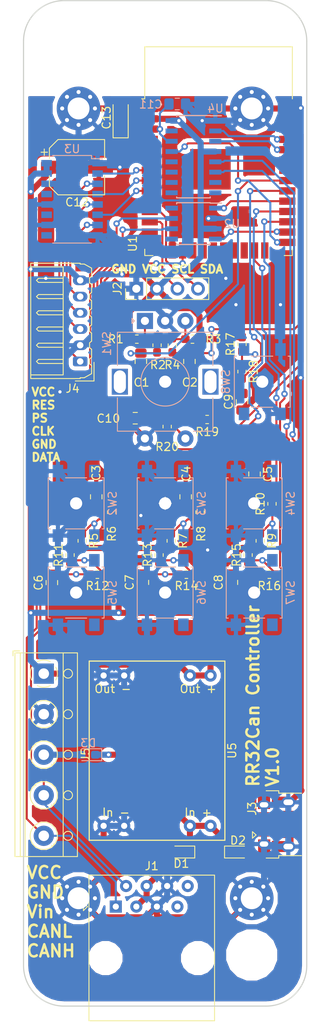
<source format=kicad_pcb>
(kicad_pcb (version 20171130) (host pcbnew "(5.0.2)-1")
  (layers (0 F.Cu signal) (31 B.Cu signal) (34 B.Paste user) (35 F.Paste user) (36 B.SilkS user) (37 F.SilkS user) (38 B.Mask user) (39 F.Mask user) (44 Edge.Cuts user))
  (net 0 "")
  (net 1 GND)
  (net 2 VCC)
  (net 3 /S88_DATA)
  (net 4 "Net-(R1-Pad1)")
  (net 5 "Net-(R3-Pad1)")
  (net 6 "Net-(R5-Pad1)")
  (net 7 "Net-(R7-Pad1)")
  (net 8 "Net-(R10-Pad1)")
  (net 9 "Net-(R11-Pad1)")
  (net 10 "Net-(R13-Pad1)")
  (net 11 "Net-(R15-Pad1)")
  (net 12 "Net-(R17-Pad1)")
  (net 13 "Net-(R19-Pad2)")
  (net 14 /S88_RESET_UC)
  (net 15 /S88_PS_UC)
  (net 16 /S88_CLOCK_UC)
  (net 17 /I2C_SCL)
  (net 18 /I2C_SDA)
  (net 19 /CANH)
  (net 20 /CANL)
  (net 21 /Encoder_A)
  (net 22 /EncoderB)
  (net 23 /F0)
  (net 24 /F1)
  (net 25 /F2)
  (net 26 /F3)
  (net 27 /F4)
  (net 28 /Shift)
  (net 29 /Stop)
  (net 30 /Encoder_Button)
  (net 31 /GPIO0)
  (net 32 /RX0)
  (net 33 /TX0)
  (net 34 /EN)
  (net 35 /VinCommon)
  (net 36 /VinCAN)
  (net 37 /VinUsb)
  (net 38 /VinTerminal)
  (net 39 /USB-)
  (net 40 /USB+)
  (net 41 /CANRx)
  (net 42 /CANTx)
  (net 43 /S88_CLOCK)
  (net 44 /S88_PS)
  (net 45 /S88_RESET)
  (module RF_Module:ESP32-WROOM-32 (layer F.Cu) (at 38.1 35.56)
    (fp_text reference U1 (at -10.61 8.43 90) (layer F.SilkS))
    (fp_text value ESP32-WROOM-32)
    (pad 39 smd rect (at -1 -0.755) (size 5 5) (layers F.Cu F.Paste F.Mask))
    (pad 1 smd rect (at -8.5 -8.255) (size 2 0.9) (layers F.Cu F.Paste F.Mask) (net 1 GND))
    (pad 2 smd rect (at -8.5 -6.985) (size 2 0.9) (layers F.Cu F.Paste F.Mask) (net 2 VCC))
    (pad 3 smd rect (at -8.5 -5.715) (size 2 0.9) (layers F.Cu F.Paste F.Mask) (net 34 /EN))
    (pad 4 smd rect (at -8.5 -4.445) (size 2 0.9) (layers F.Cu F.Paste F.Mask))
    (pad 5 smd rect (at -8.5 -3.175) (size 2 0.9) (layers F.Cu F.Paste F.Mask))
    (pad 6 smd rect (at -8.5 -1.905) (size 2 0.9) (layers F.Cu F.Paste F.Mask) (net 3 /S88_DATA))
    (pad 7 smd rect (at -8.5 -0.635) (size 2 0.9) (layers F.Cu F.Paste F.Mask) (net 16 /S88_CLOCK_UC))
    (pad 8 smd rect (at -8.5 0.635) (size 2 0.9) (layers F.Cu F.Paste F.Mask) (net 15 /S88_PS_UC))
    (pad 9 smd rect (at -8.5 1.905) (size 2 0.9) (layers F.Cu F.Paste F.Mask) (net 14 /S88_RESET_UC))
    (pad 10 smd rect (at -8.5 3.175) (size 2 0.9) (layers F.Cu F.Paste F.Mask))
    (pad 11 smd rect (at -8.5 4.445) (size 2 0.9) (layers F.Cu F.Paste F.Mask) (net 18 /I2C_SDA))
    (pad 12 smd rect (at -8.5 5.715) (size 2 0.9) (layers F.Cu F.Paste F.Mask) (net 17 /I2C_SCL))
    (pad 13 smd rect (at -8.5 6.985) (size 2 0.9) (layers F.Cu F.Paste F.Mask) (net 26 /F3))
    (pad 14 smd rect (at -8.5 8.255) (size 2 0.9) (layers F.Cu F.Paste F.Mask) (net 23 /F0))
    (pad 15 smd rect (at -5.715 9.255 90) (size 2 0.9) (layers F.Cu F.Paste F.Mask) (net 1 GND))
    (pad 16 smd rect (at -4.445 9.255 90) (size 2 0.9) (layers F.Cu F.Paste F.Mask) (net 24 /F1))
    (pad 17 smd rect (at -3.175 9.255 90) (size 2 0.9) (layers F.Cu F.Paste F.Mask))
    (pad 18 smd rect (at -1.905 9.255 90) (size 2 0.9) (layers F.Cu F.Paste F.Mask))
    (pad 19 smd rect (at -0.635 9.255 90) (size 2 0.9) (layers F.Cu F.Paste F.Mask))
    (pad 20 smd rect (at 0.635 9.255 90) (size 2 0.9) (layers F.Cu F.Paste F.Mask))
    (pad 21 smd rect (at 1.905 9.255 90) (size 2 0.9) (layers F.Cu F.Paste F.Mask))
    (pad 22 smd rect (at 3.175 9.255 90) (size 2 0.9) (layers F.Cu F.Paste F.Mask))
    (pad 23 smd rect (at 4.445 9.255 90) (size 2 0.9) (layers F.Cu F.Paste F.Mask) (net 25 /F2))
    (pad 24 smd rect (at 5.715 9.255 90) (size 2 0.9) (layers F.Cu F.Paste F.Mask))
    (pad 25 smd rect (at 8.5 8.255) (size 2 0.9) (layers F.Cu F.Paste F.Mask) (net 31 /GPIO0))
    (pad 26 smd rect (at 8.5 6.985) (size 2 0.9) (layers F.Cu F.Paste F.Mask) (net 41 /CANRx))
    (pad 27 smd rect (at 8.5 5.715) (size 2 0.9) (layers F.Cu F.Paste F.Mask) (net 28 /Shift))
    (pad 28 smd rect (at 8.5 4.445) (size 2 0.9) (layers F.Cu F.Paste F.Mask) (net 27 /F4))
    (pad 29 smd rect (at 8.5 3.175) (size 2 0.9) (layers F.Cu F.Paste F.Mask) (net 42 /CANTx))
    (pad 30 smd rect (at 8.5 1.905) (size 2 0.9) (layers F.Cu F.Paste F.Mask) (net 29 /Stop))
    (pad 31 smd rect (at 8.5 0.635) (size 2 0.9) (layers F.Cu F.Paste F.Mask) (net 21 /Encoder_A))
    (pad 32 smd rect (at 8.5 -0.635) (size 2 0.9) (layers F.Cu F.Paste F.Mask))
    (pad 33 smd rect (at 8.5 -1.905) (size 2 0.9) (layers F.Cu F.Paste F.Mask) (net 22 /EncoderB))
    (pad 34 smd rect (at 8.5 -3.175) (size 2 0.9) (layers F.Cu F.Paste F.Mask) (net 32 /RX0))
    (pad 35 smd rect (at 8.5 -4.445) (size 2 0.9) (layers F.Cu F.Paste F.Mask) (net 33 /TX0))
    (pad 36 smd rect (at 8.5 -5.715) (size 2 0.9) (layers F.Cu F.Paste F.Mask) (net 30 /Encoder_Button))
    (pad 37 smd rect (at 8.5 -6.985) (size 2 0.9) (layers F.Cu F.Paste F.Mask))
    (pad 38 smd rect (at 8.5 -8.255) (size 2 0.9) (layers F.Cu F.Paste F.Mask) (net 1 GND))
  )
  (module Button_Switch_SMD:SW_SPST_B3S-1000 (layer B.Cu) (at 20.5 87 90)
    (fp_text reference SW5 (at 0 4.5 90) (layer B.SilkS) (effects (justify mirror)))
    (fp_text value SW_F3)
    (pad 2 smd rect (at 3.975 -2.25 90) (size 1.55 1.3) (layers B.Cu B.Paste B.Mask) (net 1 GND))
    (pad 2 smd rect (at -3.975 -2.25 90) (size 1.55 1.3) (layers B.Cu B.Paste B.Mask) (net 1 GND))
    (pad 1 smd rect (at 3.975 2.25 90) (size 1.55 1.3) (layers B.Cu B.Paste B.Mask) (net 9 "Net-(R11-Pad1)"))
    (pad 1 smd rect (at -3.975 2.25 90) (size 1.55 1.3) (layers B.Cu B.Paste B.Mask) (net 9 "Net-(R11-Pad1)"))
  )
  (module Button_Switch_SMD:SW_SPST_B3S-1000 (layer B.Cu) (at 31.5 76 90)
    (fp_text reference SW3 (at 0 4.5 90) (layer B.SilkS) (effects (justify mirror)))
    (fp_text value SW_F1)
    (pad 2 smd rect (at 3.975 -2.25 90) (size 1.55 1.3) (layers B.Cu B.Paste B.Mask) (net 1 GND))
    (pad 2 smd rect (at -3.975 -2.25 90) (size 1.55 1.3) (layers B.Cu B.Paste B.Mask) (net 1 GND))
    (pad 1 smd rect (at 3.975 2.25 90) (size 1.55 1.3) (layers B.Cu B.Paste B.Mask) (net 7 "Net-(R7-Pad1)"))
    (pad 1 smd rect (at -3.975 2.25 90) (size 1.55 1.3) (layers B.Cu B.Paste B.Mask) (net 7 "Net-(R7-Pad1)"))
  )
  (module Capacitor_SMD:C_0805_2012Metric_Pad1.15x1.40mm_HandSolder (layer F.Cu) (at 34.036 75.193 270)
    (fp_text reference C4 (at -2.852 -0.076 270) (layer F.SilkS))
    (fp_text value 10n)
    (pad 1 smd roundrect (at -1.025 0 270) (size 1.15 1.4) (layers F.Cu F.Paste F.Mask) (roundrect_rratio 0.217391) (net 1 GND))
    (pad 2 smd roundrect (at 1.025 0 270) (size 1.15 1.4) (layers F.Cu F.Paste F.Mask) (roundrect_rratio 0.217391) (net 24 /F1))
  )
  (module TerminalBlock_RND:TerminalBlock_RND_205-00015_1x05_P5.00mm_Horizontal (layer F.Cu) (at 16.5 97 270)
    (fp_text reference J5 (at 10 -5.16 270) (layer F.SilkS))
    (fp_text value Screw_Terminal_01x05)
    (pad 1 thru_hole rect (at 0 0 270) (size 2.5 2.5) (drill 1.3) (layers *.Cu *.Mask) (net 2 VCC))
    (pad 2 thru_hole circle (at 5 0 270) (size 2.5 2.5) (drill 1.3) (layers *.Cu *.Mask) (net 1 GND))
    (pad 3 thru_hole circle (at 10 0 270) (size 2.5 2.5) (drill 1.3) (layers *.Cu *.Mask) (net 38 /VinTerminal))
    (pad 4 thru_hole circle (at 15 0 270) (size 2.5 2.5) (drill 1.3) (layers *.Cu *.Mask) (net 20 /CANL))
    (pad 5 thru_hole circle (at 20 0 270) (size 2.5 2.5) (drill 1.3) (layers *.Cu *.Mask) (net 19 /CANH))
  )
  (module Package_SO:SOP-16_4.4x10.4mm_P1.27mm (layer B.Cu) (at 20 38.5 180)
    (fp_text reference U3 (at 0 6.2 180) (layer B.SilkS) (effects (justify mirror)))
    (fp_text value 74LS367)
    (pad 1 smd rect (at -3.15 4.45 180) (size 1.3 0.8) (layers B.Cu B.Paste B.Mask) (net 1 GND))
    (pad 2 smd rect (at -3.15 3.17 180) (size 1.3 0.8) (layers B.Cu B.Paste B.Mask) (net 16 /S88_CLOCK_UC))
    (pad 3 smd rect (at -3.15 1.91 180) (size 1.3 0.8) (layers B.Cu B.Paste B.Mask) (net 43 /S88_CLOCK))
    (pad 4 smd rect (at -3.15 0.64 180) (size 1.3 0.8) (layers B.Cu B.Paste B.Mask) (net 15 /S88_PS_UC))
    (pad 5 smd rect (at -3.15 -0.64 180) (size 1.3 0.8) (layers B.Cu B.Paste B.Mask) (net 44 /S88_PS))
    (pad 6 smd rect (at -3.15 -1.91 180) (size 1.3 0.8) (layers B.Cu B.Paste B.Mask) (net 14 /S88_RESET_UC))
    (pad 7 smd rect (at -3.15 -3.17 180) (size 1.3 0.8) (layers B.Cu B.Paste B.Mask) (net 45 /S88_RESET))
    (pad 8 smd rect (at -3.15 -4.45 180) (size 1.3 0.8) (layers B.Cu B.Paste B.Mask) (net 1 GND))
    (pad 9 smd rect (at 3.15 -4.45 180) (size 1.3 0.8) (layers B.Cu B.Paste B.Mask))
    (pad 10 smd rect (at 3.15 -3.17 180) (size 1.3 0.8) (layers B.Cu B.Paste B.Mask) (net 1 GND))
    (pad 11 smd rect (at 3.15 -1.91 180) (size 1.3 0.8) (layers B.Cu B.Paste B.Mask))
    (pad 12 smd rect (at 3.15 -0.64 180) (size 1.3 0.8) (layers B.Cu B.Paste B.Mask) (net 1 GND))
    (pad 13 smd rect (at 3.15 0.64 180) (size 1.3 0.8) (layers B.Cu B.Paste B.Mask))
    (pad 14 smd rect (at 3.15 1.91 180) (size 1.3 0.8) (layers B.Cu B.Paste B.Mask) (net 1 GND))
    (pad 15 smd rect (at 3.15 3.17 180) (size 1.3 0.8) (layers B.Cu B.Paste B.Mask) (net 2 VCC))
    (pad 16 smd rect (at 3.15 4.45 180) (size 1.3 0.8) (layers B.Cu B.Paste B.Mask) (net 2 VCC))
  )
  (module Package_SO:SOIC-8_3.9x4.9mm_P1.27mm (layer B.Cu) (at 35 41.5 180)
    (fp_text reference U2 (at -4.751 -0.029 180) (layer B.SilkS) (effects (justify mirror)))
    (fp_text value TJA1051T)
    (pad 1 smd rect (at -2.7 1.905 180) (size 1.55 0.6) (layers B.Cu B.Paste B.Mask) (net 42 /CANTx))
    (pad 2 smd rect (at -2.7 0.635 180) (size 1.55 0.6) (layers B.Cu B.Paste B.Mask) (net 1 GND))
    (pad 3 smd rect (at -2.7 -0.635 180) (size 1.55 0.6) (layers B.Cu B.Paste B.Mask) (net 2 VCC))
    (pad 4 smd rect (at -2.7 -1.905 180) (size 1.55 0.6) (layers B.Cu B.Paste B.Mask) (net 41 /CANRx))
    (pad 5 smd rect (at 2.7 -1.905 180) (size 1.55 0.6) (layers B.Cu B.Paste B.Mask))
    (pad 6 smd rect (at 2.7 -0.635 180) (size 1.55 0.6) (layers B.Cu B.Paste B.Mask) (net 20 /CANL))
    (pad 7 smd rect (at 2.7 0.635 180) (size 1.55 0.6) (layers B.Cu B.Paste B.Mask) (net 19 /CANH))
    (pad 8 smd rect (at 2.7 1.905 180) (size 1.55 0.6) (layers B.Cu B.Paste B.Mask))
  )
  (module MountingHole:MountingHole_5.3mm_M5 (layer F.Cu) (at 20.8 20.3)
    (fp_text reference H1 hide)
    (fp_text value "Case Screw")
    (pad 1 np_thru_hole circle (at 0 0) (size 5.3 5.3) (drill 5.3) (layers *.Cu *.Mask))
  )
  (module MountingHole:MountingHole_5.3mm_M5 (layer F.Cu) (at 42.2 131.7)
    (fp_text reference H2 hide)
    (fp_text value "Case Screw")
    (pad 1 np_thru_hole circle (at 0 0) (size 5.3 5.3) (drill 5.3) (layers *.Cu *.Mask))
  )
  (module Connector_RJ:RJ45_Amphenol_54602-x08_Horizontal (layer F.Cu) (at 25.4 125.73)
    (fp_text reference J1 (at 4.445 -5) (layer F.SilkS))
    (fp_text value 8P8C)
    (pad "" np_thru_hole circle (at 10.16 6.35) (size 3.2 3.2) (drill 3.2) (layers *.Cu *.Mask))
    (pad "" np_thru_hole circle (at -1.27 6.35) (size 3.2 3.2) (drill 3.2) (layers *.Cu *.Mask))
    (pad 1 thru_hole rect (at 0 0) (size 1.5 1.5) (drill 0.76) (layers *.Cu *.Mask) (net 19 /CANH))
    (pad 2 thru_hole circle (at 1.27 -2.54) (size 1.5 1.5) (drill 0.76) (layers *.Cu *.Mask) (net 20 /CANL))
    (pad 3 thru_hole circle (at 2.54 0) (size 1.5 1.5) (drill 0.76) (layers *.Cu *.Mask) (net 36 /VinCAN))
    (pad 4 thru_hole circle (at 3.81 -2.54) (size 1.5 1.5) (drill 0.76) (layers *.Cu *.Mask) (net 36 /VinCAN))
    (pad 5 thru_hole circle (at 5.08 0) (size 1.5 1.5) (drill 0.76) (layers *.Cu *.Mask) (net 1 GND))
    (pad 6 thru_hole circle (at 6.35 -2.54) (size 1.5 1.5) (drill 0.76) (layers *.Cu *.Mask) (net 1 GND))
    (pad 7 thru_hole circle (at 7.62 0) (size 1.5 1.5) (drill 0.76) (layers *.Cu *.Mask))
    (pad 8 thru_hole circle (at 8.89 -2.54) (size 1.5 1.5) (drill 0.76) (layers *.Cu *.Mask))
  )
  (module Connector_PinHeader_2.54mm:PinHeader_1x04_P2.54mm_Vertical (layer F.Cu) (at 27.94 49.53 90)
    (fp_text reference J2 (at 0 -2.33 90) (layer F.SilkS))
    (fp_text value "LCD Header")
    (pad 1 thru_hole rect (at 0 0 90) (size 1.7 1.7) (drill 1) (layers *.Cu *.Mask) (net 1 GND))
    (pad 2 thru_hole oval (at 0 2.54 90) (size 1.7 1.7) (drill 1) (layers *.Cu *.Mask) (net 2 VCC))
    (pad 3 thru_hole oval (at 0 5.08 90) (size 1.7 1.7) (drill 1) (layers *.Cu *.Mask) (net 17 /I2C_SCL))
    (pad 4 thru_hole oval (at 0 7.62 90) (size 1.7 1.7) (drill 1) (layers *.Cu *.Mask) (net 18 /I2C_SDA))
  )
  (module Rotary_Encoder:RotaryEncoder_Alps_EC11E-Switch_Vertical_H20mm (layer B.Cu) (at 29 53.5 270)
    (fp_text reference SW1 (at 2.8 4.7 270) (layer B.SilkS) (effects (justify mirror)))
    (fp_text value Rotary_Encoder_Switch)
    (pad S1 thru_hole circle (at 14.5 -5 270) (size 2 2) (drill 1) (layers *.Cu *.Mask) (net 13 "Net-(R19-Pad2)"))
    (pad S2 thru_hole circle (at 14.5 0 270) (size 2 2) (drill 1) (layers *.Cu *.Mask) (net 1 GND))
    (pad MP thru_hole rect (at 7.5 -8.1 270) (size 3.2 2) (drill oval 2.8 1.5) (layers *.Cu *.Mask))
    (pad MP thru_hole rect (at 7.5 3.1 270) (size 3.2 2) (drill oval 2.8 1.5) (layers *.Cu *.Mask))
    (pad B thru_hole circle (at 0 -5 270) (size 2 2) (drill 1) (layers *.Cu *.Mask) (net 5 "Net-(R3-Pad1)"))
    (pad C thru_hole circle (at 0 -2.5 270) (size 2 2) (drill 1) (layers *.Cu *.Mask) (net 1 GND))
    (pad A thru_hole rect (at 0 0 270) (size 2 2) (drill 1) (layers *.Cu *.Mask) (net 4 "Net-(R1-Pad1)"))
  )
  (module Connector_USB:USB_Micro-B_Amphenol_10103594-0001LF_Horizontal (layer F.Cu) (at 45.605 115.57 90)
    (fp_text reference J3 (at 1.925 -3.365 90) (layer F.SilkS))
    (fp_text value USB_B_Micro)
    (pad 6 smd rect (at 2.725 0.185 90) (size 1.35 2) (layers F.Cu F.Paste F.Mask) (net 1 GND))
    (pad 6 smd rect (at -2.755 0.185 90) (size 1.35 2) (layers F.Cu F.Paste F.Mask) (net 1 GND))
    (pad 6 smd rect (at -2.975 -0.565 90) (size 1.825 0.7) (layers F.Cu F.Paste F.Mask) (net 1 GND))
    (pad 6 smd rect (at 2.975 -0.565 90) (size 1.825 0.7) (layers F.Cu F.Paste F.Mask) (net 1 GND))
    (pad 6 smd rect (at -2.875 -1.865 90) (size 2 1.5) (layers F.Cu F.Paste F.Mask) (net 1 GND))
    (pad 6 smd rect (at 2.875 -1.885 90) (size 2 1.5) (layers F.Cu F.Paste F.Mask) (net 1 GND))
    (pad 1 smd rect (at -1.325 -1.765 180) (size 1.65 0.4) (layers F.Cu F.Paste F.Mask) (net 37 /VinUsb))
    (pad 2 smd rect (at -0.675 -1.765 180) (size 1.65 0.4) (layers F.Cu F.Paste F.Mask) (net 39 /USB-))
    (pad 3 smd rect (at -0.025 -1.765 180) (size 1.65 0.4) (layers F.Cu F.Paste F.Mask) (net 40 /USB+))
    (pad 4 smd rect (at 0.625 -1.765 180) (size 1.65 0.4) (layers F.Cu F.Paste F.Mask))
    (pad 5 smd rect (at 1.275 -1.765 180) (size 1.65 0.4) (layers F.Cu F.Paste F.Mask) (net 1 GND))
    (pad 6 thru_hole oval (at -2.445 -1.885 180) (size 1.5 1.1) (drill oval 1.05 0.65) (layers *.Cu *.Mask) (net 1 GND))
    (pad 6 thru_hole oval (at 2.395 -1.885 180) (size 1.5 1.1) (drill oval 1.05 0.65) (layers *.Cu *.Mask) (net 1 GND))
    (pad 6 thru_hole oval (at -2.755 1.115 180) (size 1.7 1.35) (drill oval 1.2 0.7) (layers *.Cu *.Mask) (net 1 GND))
    (pad 6 thru_hole oval (at 2.705 1.115 180) (size 1.7 1.35) (drill oval 1.2 0.7) (layers *.Cu *.Mask) (net 1 GND))
    (pad 6 smd rect (at -0.985 1.385 180) (size 2.5 1.43) (layers F.Cu F.Paste F.Mask) (net 1 GND))
    (pad 6 smd rect (at 0.935 1.385 180) (size 2.5 1.43) (layers F.Cu F.Paste F.Mask) (net 1 GND))
  )
  (module Connector_Molex:Molex_Micro-Latch_53254-0670_1x06_P2.00mm_Horizontal (layer F.Cu) (at 21 58.5 90)
    (fp_text reference J4 (at -3.349 -0.934 180) (layer F.SilkS))
    (fp_text value S88)
    (pad 1 thru_hole roundrect (at 0 0 90) (size 1.2 1.8) (drill 0.8) (layers *.Cu *.Mask) (roundrect_rratio 0.208333) (net 3 /S88_DATA))
    (pad 2 thru_hole oval (at 2 0 90) (size 1.2 1.8) (drill 0.8) (layers *.Cu *.Mask) (net 1 GND))
    (pad 3 thru_hole oval (at 4 0 90) (size 1.2 1.8) (drill 0.8) (layers *.Cu *.Mask) (net 43 /S88_CLOCK))
    (pad 4 thru_hole oval (at 6 0 90) (size 1.2 1.8) (drill 0.8) (layers *.Cu *.Mask) (net 44 /S88_PS))
    (pad 5 thru_hole oval (at 8 0 90) (size 1.2 1.8) (drill 0.8) (layers *.Cu *.Mask) (net 45 /S88_RESET))
    (pad 6 thru_hole oval (at 10 0 90) (size 1.2 1.8) (drill 0.8) (layers *.Cu *.Mask) (net 2 VCC))
  )
  (module Capacitor_SMD:C_0805_2012Metric_Pad1.15x1.40mm_HandSolder (layer F.Cu) (at 28.5 58.5 90)
    (fp_text reference C1 (at -2.587 0.075 180) (layer F.SilkS))
    (fp_text value 10n)
    (pad 2 smd roundrect (at 1.025 0 90) (size 1.15 1.4) (layers F.Cu F.Paste F.Mask) (roundrect_rratio 0.217391) (net 21 /Encoder_A))
    (pad 1 smd roundrect (at -1.025 0 90) (size 1.15 1.4) (layers F.Cu F.Paste F.Mask) (roundrect_rratio 0.217391) (net 1 GND))
  )
  (module Capacitor_SMD:C_0805_2012Metric_Pad1.15x1.40mm_HandSolder (layer F.Cu) (at 34.5 58.5 90)
    (fp_text reference C2 (at -2.587 0.044 180) (layer F.SilkS))
    (fp_text value 10n)
    (pad 1 smd roundrect (at -1.025 0 90) (size 1.15 1.4) (layers F.Cu F.Paste F.Mask) (roundrect_rratio 0.217391) (net 1 GND))
    (pad 2 smd roundrect (at 1.025 0 90) (size 1.15 1.4) (layers F.Cu F.Paste F.Mask) (roundrect_rratio 0.217391) (net 22 /EncoderB))
  )
  (module Capacitor_SMD:C_0805_2012Metric_Pad1.15x1.40mm_HandSolder (layer F.Cu) (at 22.987 75.193 270)
    (fp_text reference C3 (at -2.93 0 270) (layer F.SilkS))
    (fp_text value 10n)
    (pad 2 smd roundrect (at 1.025 0 270) (size 1.15 1.4) (layers F.Cu F.Paste F.Mask) (roundrect_rratio 0.217391) (net 23 /F0))
    (pad 1 smd roundrect (at -1.025 0 270) (size 1.15 1.4) (layers F.Cu F.Paste F.Mask) (roundrect_rratio 0.217391) (net 1 GND))
  )
  (module Capacitor_SMD:C_0805_2012Metric_Pad1.15x1.40mm_HandSolder (layer F.Cu) (at 42.545 72.381 270)
    (fp_text reference C5 (at 0 -1.65 270) (layer F.SilkS))
    (fp_text value 10n)
    (pad 2 smd roundrect (at 1.025 0 270) (size 1.15 1.4) (layers F.Cu F.Paste F.Mask) (roundrect_rratio 0.217391) (net 25 /F2))
    (pad 1 smd roundrect (at -1.025 0 270) (size 1.15 1.4) (layers F.Cu F.Paste F.Mask) (roundrect_rratio 0.217391) (net 1 GND))
  )
  (module Capacitor_SMD:C_0805_2012Metric_Pad1.15x1.40mm_HandSolder (layer F.Cu) (at 17.5 85.775 90)
    (fp_text reference C6 (at 0 -1.65 90) (layer F.SilkS))
    (fp_text value 10n)
    (pad 1 smd roundrect (at -1.025 0 90) (size 1.15 1.4) (layers F.Cu F.Paste F.Mask) (roundrect_rratio 0.217391) (net 1 GND))
    (pad 2 smd roundrect (at 1.025 0 90) (size 1.15 1.4) (layers F.Cu F.Paste F.Mask) (roundrect_rratio 0.217391) (net 26 /F3))
  )
  (module Capacitor_SMD:C_0805_2012Metric_Pad1.15x1.40mm_HandSolder (layer F.Cu) (at 28.75 85.75 90)
    (fp_text reference C7 (at 0 -1.65 90) (layer F.SilkS))
    (fp_text value 10n)
    (pad 2 smd roundrect (at 1.025 0 90) (size 1.15 1.4) (layers F.Cu F.Paste F.Mask) (roundrect_rratio 0.217391) (net 27 /F4))
    (pad 1 smd roundrect (at -1.025 0 90) (size 1.15 1.4) (layers F.Cu F.Paste F.Mask) (roundrect_rratio 0.217391) (net 1 GND))
  )
  (module Capacitor_SMD:C_0805_2012Metric_Pad1.15x1.40mm_HandSolder (layer F.Cu) (at 39.75 85.75 90)
    (fp_text reference C8 (at 0 -1.65 90) (layer F.SilkS))
    (fp_text value 10n)
    (pad 1 smd roundrect (at -1.025 0 90) (size 1.15 1.4) (layers F.Cu F.Paste F.Mask) (roundrect_rratio 0.217391) (net 1 GND))
    (pad 2 smd roundrect (at 1.025 0 90) (size 1.15 1.4) (layers F.Cu F.Paste F.Mask) (roundrect_rratio 0.217391) (net 28 /Shift))
  )
  (module Capacitor_SMD:C_0805_2012Metric_Pad1.15x1.40mm_HandSolder (layer F.Cu) (at 41 63.475 90)
    (fp_text reference C9 (at 0 -1.65 90) (layer F.SilkS))
    (fp_text value 10n)
    (pad 2 smd roundrect (at 1.025 0 90) (size 1.15 1.4) (layers F.Cu F.Paste F.Mask) (roundrect_rratio 0.217391) (net 29 /Stop))
    (pad 1 smd roundrect (at -1.025 0 90) (size 1.15 1.4) (layers F.Cu F.Paste F.Mask) (roundrect_rratio 0.217391) (net 1 GND))
  )
  (module Capacitor_SMD:C_0805_2012Metric_Pad1.15x1.40mm_HandSolder (layer F.Cu) (at 27.804 65.5)
    (fp_text reference C10 (at -3.317 0.032) (layer F.SilkS))
    (fp_text value 10n)
    (pad 1 smd roundrect (at -1.025 0) (size 1.15 1.4) (layers F.Cu F.Paste F.Mask) (roundrect_rratio 0.217391) (net 1 GND))
    (pad 2 smd roundrect (at 1.025 0) (size 1.15 1.4) (layers F.Cu F.Paste F.Mask) (roundrect_rratio 0.217391) (net 30 /Encoder_Button))
  )
  (module Resistor_SMD:R_0603_1608Metric_Pad1.05x0.95mm_HandSolder (layer F.Cu) (at 28 55.75 180)
    (fp_text reference R1 (at 2.6 -0.003 180) (layer F.SilkS))
    (fp_text value 10k)
    (pad 1 smd roundrect (at -0.875 0 180) (size 1.05 0.95) (layers F.Cu F.Paste F.Mask) (net 4 "Net-(R1-Pad1)"))
    (pad 2 smd roundrect (at 0.875 0 180) (size 1.05 0.95) (layers F.Cu F.Paste F.Mask) (net 2 VCC))
  )
  (module Resistor_SMD:R_0603_1608Metric_Pad1.05x0.95mm_HandSolder (layer F.Cu) (at 30.5 56.5 270)
    (fp_text reference R2 (at 2.428 -0.107) (layer F.SilkS))
    (fp_text value 10k)
    (pad 2 smd roundrect (at 0.875 0 270) (size 1.05 0.95) (layers F.Cu F.Paste F.Mask) (net 21 /Encoder_A))
    (pad 1 smd roundrect (at -0.875 0 270) (size 1.05 0.95) (layers F.Cu F.Paste F.Mask) (net 4 "Net-(R1-Pad1)"))
  )
  (module Resistor_SMD:R_0603_1608Metric_Pad1.05x0.95mm_HandSolder (layer F.Cu) (at 34.875 55.75)
    (fp_text reference R3 (at 2.59 0.003) (layer F.SilkS))
    (fp_text value 10k)
    (pad 1 smd roundrect (at -0.875 0) (size 1.05 0.95) (layers F.Cu F.Paste F.Mask) (net 5 "Net-(R3-Pad1)"))
    (pad 2 smd roundrect (at 0.875 0) (size 1.05 0.95) (layers F.Cu F.Paste F.Mask) (net 2 VCC))
  )
  (module Resistor_SMD:R_0603_1608Metric_Pad1.05x0.95mm_HandSolder (layer F.Cu) (at 32.385 56.501 270)
    (fp_text reference R4 (at 2.427 0) (layer F.SilkS))
    (fp_text value 10k)
    (pad 2 smd roundrect (at 0.875 0 270) (size 1.05 0.95) (layers F.Cu F.Paste F.Mask) (net 22 /EncoderB))
    (pad 1 smd roundrect (at -0.875 0 270) (size 1.05 0.95) (layers F.Cu F.Paste F.Mask) (net 5 "Net-(R3-Pad1)"))
  )
  (module Resistor_SMD:R_0603_1608Metric_Pad1.05x0.95mm_HandSolder (layer F.Cu) (at 21.25 80.625 270)
    (fp_text reference R5 (at 0 -1.43 270) (layer F.SilkS))
    (fp_text value 10k)
    (pad 2 smd roundrect (at 0.875 0 270) (size 1.05 0.95) (layers F.Cu F.Paste F.Mask) (net 2 VCC))
    (pad 1 smd roundrect (at -0.875 0 270) (size 1.05 0.95) (layers F.Cu F.Paste F.Mask) (net 6 "Net-(R5-Pad1)"))
  )
  (module Resistor_SMD:R_0603_1608Metric_Pad1.05x0.95mm_HandSolder (layer F.Cu) (at 24.892 77.089 90)
    (fp_text reference R6 (at -2.667 0 90) (layer F.SilkS))
    (fp_text value 10k)
    (pad 1 smd roundrect (at -0.875 0 90) (size 1.05 0.95) (layers F.Cu F.Paste F.Mask) (net 6 "Net-(R5-Pad1)"))
    (pad 2 smd roundrect (at 0.875 0 90) (size 1.05 0.95) (layers F.Cu F.Paste F.Mask) (net 23 /F0))
  )
  (module Resistor_SMD:R_0603_1608Metric_Pad1.05x0.95mm_HandSolder (layer F.Cu) (at 32.25 80.625 270)
    (fp_text reference R7 (at 0 -1.43 270) (layer F.SilkS))
    (fp_text value 10k)
    (pad 2 smd roundrect (at 0.875 0 270) (size 1.05 0.95) (layers F.Cu F.Paste F.Mask) (net 2 VCC))
    (pad 1 smd roundrect (at -0.875 0 270) (size 1.05 0.95) (layers F.Cu F.Paste F.Mask) (net 7 "Net-(R7-Pad1)"))
  )
  (module Resistor_SMD:R_0603_1608Metric_Pad1.05x0.95mm_HandSolder (layer F.Cu) (at 35.814 77.089 90)
    (fp_text reference R8 (at -2.667 0.127 90) (layer F.SilkS))
    (fp_text value 10k)
    (pad 1 smd roundrect (at -0.875 0 90) (size 1.05 0.95) (layers F.Cu F.Paste F.Mask) (net 7 "Net-(R7-Pad1)"))
    (pad 2 smd roundrect (at 0.875 0 90) (size 1.05 0.95) (layers F.Cu F.Paste F.Mask) (net 24 /F1))
  )
  (module Resistor_SMD:R_0603_1608Metric_Pad1.05x0.95mm_HandSolder (layer F.Cu) (at 43.25 80.625 270)
    (fp_text reference R9 (at 0 -1.43 270) (layer F.SilkS))
    (fp_text value 10k)
    (pad 1 smd roundrect (at -0.875 0 270) (size 1.05 0.95) (layers F.Cu F.Paste F.Mask) (net 8 "Net-(R10-Pad1)"))
    (pad 2 smd roundrect (at 0.875 0 270) (size 1.05 0.95) (layers F.Cu F.Paste F.Mask) (net 2 VCC))
  )
  (module Resistor_SMD:R_0603_1608Metric_Pad1.05x0.95mm_HandSolder (layer F.Cu) (at 44.704 76.059 90)
    (fp_text reference R10 (at 0 -1.43 90) (layer F.SilkS))
    (fp_text value 10k)
    (pad 2 smd roundrect (at 0.875 0 90) (size 1.05 0.95) (layers F.Cu F.Paste F.Mask) (net 25 /F2))
    (pad 1 smd roundrect (at -0.875 0 90) (size 1.05 0.95) (layers F.Cu F.Paste F.Mask) (net 8 "Net-(R10-Pad1)"))
  )
  (module Resistor_SMD:R_0603_1608Metric_Pad1.05x0.95mm_HandSolder (layer F.Cu) (at 19.75 82.375 90)
    (fp_text reference R11 (at 0 -1.43 90) (layer F.SilkS))
    (fp_text value 10k)
    (pad 2 smd roundrect (at 0.875 0 90) (size 1.05 0.95) (layers F.Cu F.Paste F.Mask) (net 2 VCC))
    (pad 1 smd roundrect (at -0.875 0 90) (size 1.05 0.95) (layers F.Cu F.Paste F.Mask) (net 9 "Net-(R11-Pad1)"))
  )
  (module Resistor_SMD:R_0603_1608Metric_Pad1.05x0.95mm_HandSolder (layer F.Cu) (at 23.125 84.75 180)
    (fp_text reference R12 (at 0 -1.43 180) (layer F.SilkS))
    (fp_text value 10k)
    (pad 1 smd roundrect (at -0.875 0 180) (size 1.05 0.95) (layers F.Cu F.Paste F.Mask) (net 9 "Net-(R11-Pad1)"))
    (pad 2 smd roundrect (at 0.875 0 180) (size 1.05 0.95) (layers F.Cu F.Paste F.Mask) (net 26 /F3))
  )
  (module Resistor_SMD:R_0603_1608Metric_Pad1.05x0.95mm_HandSolder (layer F.Cu) (at 30.75 82.375 90)
    (fp_text reference R13 (at 0 -1.43 90) (layer F.SilkS))
    (fp_text value 10k)
    (pad 1 smd roundrect (at -0.875 0 90) (size 1.05 0.95) (layers F.Cu F.Paste F.Mask) (net 10 "Net-(R13-Pad1)"))
    (pad 2 smd roundrect (at 0.875 0 90) (size 1.05 0.95) (layers F.Cu F.Paste F.Mask) (net 2 VCC))
  )
  (module Resistor_SMD:R_0603_1608Metric_Pad1.05x0.95mm_HandSolder (layer F.Cu) (at 34.125 84.75 180)
    (fp_text reference R14 (at 0 -1.43 180) (layer F.SilkS))
    (fp_text value 10k)
    (pad 2 smd roundrect (at 0.875 0 180) (size 1.05 0.95) (layers F.Cu F.Paste F.Mask) (net 27 /F4))
    (pad 1 smd roundrect (at -0.875 0 180) (size 1.05 0.95) (layers F.Cu F.Paste F.Mask) (net 10 "Net-(R13-Pad1)"))
  )
  (module Resistor_SMD:R_0603_1608Metric_Pad1.05x0.95mm_HandSolder (layer F.Cu) (at 41.75 82.375 90)
    (fp_text reference R15 (at 0 -1.43 90) (layer F.SilkS))
    (fp_text value 10k)
    (pad 1 smd roundrect (at -0.875 0 90) (size 1.05 0.95) (layers F.Cu F.Paste F.Mask) (net 11 "Net-(R15-Pad1)"))
    (pad 2 smd roundrect (at 0.875 0 90) (size 1.05 0.95) (layers F.Cu F.Paste F.Mask) (net 2 VCC))
  )
  (module Resistor_SMD:R_0603_1608Metric_Pad1.05x0.95mm_HandSolder (layer F.Cu) (at 44.375 84.75 180)
    (fp_text reference R16 (at 0 -1.43 180) (layer F.SilkS))
    (fp_text value 10k)
    (pad 2 smd roundrect (at 0.875 0 180) (size 1.05 0.95) (layers F.Cu F.Paste F.Mask) (net 28 /Shift))
    (pad 1 smd roundrect (at -0.875 0 180) (size 1.05 0.95) (layers F.Cu F.Paste F.Mask) (net 11 "Net-(R15-Pad1)"))
  )
  (module Resistor_SMD:R_0603_1608Metric_Pad1.05x0.95mm_HandSolder (layer F.Cu) (at 41 56.375 90)
    (fp_text reference R17 (at 0 -1.43 90) (layer F.SilkS))
    (fp_text value 10k)
    (pad 1 smd roundrect (at -0.875 0 90) (size 1.05 0.95) (layers F.Cu F.Paste F.Mask) (net 12 "Net-(R17-Pad1)"))
    (pad 2 smd roundrect (at 0.875 0 90) (size 1.05 0.95) (layers F.Cu F.Paste F.Mask) (net 2 VCC))
  )
  (module Resistor_SMD:R_0603_1608Metric_Pad1.05x0.95mm_HandSolder (layer F.Cu) (at 41 59.75 270)
    (fp_text reference R18 (at 0 -1.43 270) (layer F.SilkS))
    (fp_text value 10k)
    (pad 2 smd roundrect (at 0.875 0 270) (size 1.05 0.95) (layers F.Cu F.Paste F.Mask) (net 29 /Stop))
    (pad 1 smd roundrect (at -0.875 0 270) (size 1.05 0.95) (layers F.Cu F.Paste F.Mask) (net 12 "Net-(R17-Pad1)"))
  )
  (module Resistor_SMD:R_0603_1608Metric_Pad1.05x0.95mm_HandSolder (layer F.Cu) (at 36.689 65.659 180)
    (fp_text reference R19 (at -0.014 -1.524 180) (layer F.SilkS))
    (fp_text value 10k)
    (pad 1 smd roundrect (at -0.875 0 180) (size 1.05 0.95) (layers F.Cu F.Paste F.Mask) (net 2 VCC))
    (pad 2 smd roundrect (at 0.875 0 180) (size 1.05 0.95) (layers F.Cu F.Paste F.Mask) (net 13 "Net-(R19-Pad2)"))
  )
  (module Resistor_SMD:R_0603_1608Metric_Pad1.05x0.95mm_HandSolder (layer F.Cu) (at 31.75 66.534 90)
    (fp_text reference R20 (at -2.494 -0.004 180) (layer F.SilkS))
    (fp_text value 10k)
    (pad 2 smd roundrect (at 0.875 0 90) (size 1.05 0.95) (layers F.Cu F.Paste F.Mask) (net 13 "Net-(R19-Pad2)"))
    (pad 1 smd roundrect (at -0.875 0 90) (size 1.05 0.95) (layers F.Cu F.Paste F.Mask) (net 30 /Encoder_Button))
  )
  (module Package_SO:SOIC-16_3.9x9.9mm_P1.27mm (layer B.Cu) (at 35 33.25 180)
    (fp_text reference U4 (at -2.719 5.945 180) (layer B.SilkS) (effects (justify mirror)))
    (fp_text value CH340C)
    (pad 1 smd rect (at -2.7 4.445 180) (size 1.5 0.6) (layers B.Cu B.Paste B.Mask) (net 1 GND))
    (pad 2 smd rect (at -2.7 3.175 180) (size 1.5 0.6) (layers B.Cu B.Paste B.Mask) (net 33 /TX0))
    (pad 3 smd rect (at -2.7 1.905 180) (size 1.5 0.6) (layers B.Cu B.Paste B.Mask) (net 32 /RX0))
    (pad 4 smd rect (at -2.7 0.635 180) (size 1.5 0.6) (layers B.Cu B.Paste B.Mask) (net 2 VCC))
    (pad 5 smd rect (at -2.7 -0.635 180) (size 1.5 0.6) (layers B.Cu B.Paste B.Mask) (net 40 /USB+))
    (pad 6 smd rect (at -2.7 -1.905 180) (size 1.5 0.6) (layers B.Cu B.Paste B.Mask) (net 39 /USB-))
    (pad 7 smd rect (at -2.7 -3.175 180) (size 1.5 0.6) (layers B.Cu B.Paste B.Mask))
    (pad 8 smd rect (at -2.7 -4.445 180) (size 1.5 0.6) (layers B.Cu B.Paste B.Mask))
    (pad 9 smd rect (at 2.7 -4.445 180) (size 1.5 0.6) (layers B.Cu B.Paste B.Mask))
    (pad 10 smd rect (at 2.7 -3.175 180) (size 1.5 0.6) (layers B.Cu B.Paste B.Mask))
    (pad 11 smd rect (at 2.7 -1.905 180) (size 1.5 0.6) (layers B.Cu B.Paste B.Mask))
    (pad 12 smd rect (at 2.7 -0.635 180) (size 1.5 0.6) (layers B.Cu B.Paste B.Mask))
    (pad 13 smd rect (at 2.7 0.635 180) (size 1.5 0.6) (layers B.Cu B.Paste B.Mask) (net 31 /GPIO0))
    (pad 14 smd rect (at 2.7 1.905 180) (size 1.5 0.6) (layers B.Cu B.Paste B.Mask) (net 34 /EN))
    (pad 15 smd rect (at 2.7 3.175 180) (size 1.5 0.6) (layers B.Cu B.Paste B.Mask))
    (pad 16 smd rect (at 2.7 4.445 180) (size 1.5 0.6) (layers B.Cu B.Paste B.Mask) (net 2 VCC))
  )
  (module Capacitor_SMD:C_0805_2012Metric_Pad1.15x1.40mm_HandSolder (layer B.Cu) (at 33 26.75)
    (fp_text reference C11 (at -3.282 0.047) (layer B.SilkS) (effects (justify mirror)))
    (fp_text value 100n)
    (pad 1 smd roundrect (at -1.025 0) (size 1.15 1.4) (layers B.Cu B.Paste B.Mask) (roundrect_rratio 0.217391) (net 34 /EN))
    (pad 2 smd roundrect (at 1.025 0) (size 1.15 1.4) (layers B.Cu B.Paste B.Mask) (roundrect_rratio 0.217391) (net 1 GND))
  )
  (module Diode_SMD:D_0603_1608Metric_Pad1.05x0.95mm_HandSolder (layer F.Cu) (at 33.5 119 180)
    (fp_text reference D1 (at 0 -1.43 180) (layer F.SilkS))
    (fp_text value D_Schottky)
    (pad 1 smd roundrect (at -0.875 0 180) (size 1.05 0.95) (layers F.Cu F.Paste F.Mask) (net 35 /VinCommon))
    (pad 2 smd roundrect (at 0.875 0 180) (size 1.05 0.95) (layers F.Cu F.Paste F.Mask) (net 36 /VinCAN))
  )
  (module Diode_SMD:D_0603_1608Metric_Pad1.05x0.95mm_HandSolder (layer F.Cu) (at 40.5 119)
    (fp_text reference D2 (at 0 -1.43) (layer F.SilkS))
    (fp_text value D_Schottky)
    (pad 2 smd roundrect (at 0.875 0) (size 1.05 0.95) (layers F.Cu F.Paste F.Mask) (net 37 /VinUsb))
    (pad 1 smd roundrect (at -0.875 0) (size 1.05 0.95) (layers F.Cu F.Paste F.Mask) (net 35 /VinCommon))
  )
  (module Diode_SMD:D_0603_1608Metric_Pad1.05x0.95mm_HandSolder (layer B.Cu) (at 22 107 180)
    (fp_text reference D3 (at 0 1.43 180) (layer B.SilkS) (effects (justify mirror)))
    (fp_text value D_Schottky)
    (pad 1 smd roundrect (at -0.875 0 180) (size 1.05 0.95) (layers B.Cu B.Paste B.Mask) (net 35 /VinCommon))
    (pad 2 smd roundrect (at 0.875 0 180) (size 1.05 0.95) (layers B.Cu B.Paste B.Mask) (net 38 /VinTerminal))
  )
  (module Controller:XM1584 (layer F.Cu) (at 30.5 106.5 90)
    (fp_text reference U5 (at 0 9.271 90) (layer F.SilkS))
    (fp_text value XM1584)
    (fp_text user "Out -" (at 7.62 -5.461 180) (layer F.SilkS))
    (fp_text user "Out +" (at 7.62 5.08 180) (layer F.SilkS))
    (fp_text user "In -" (at -7.62 -5.08 180) (layer F.SilkS))
    (fp_text user "In +" (at -7.62 5.08 180) (layer F.SilkS))
    (pad 1 thru_hole circle (at -9.271 -6.604 90) (size 1.524 1.524) (drill 0.762) (layers *.Cu *.Mask) (net 1 GND))
    (pad 2 thru_hole circle (at -9.271 -4.064 90) (size 1.524 1.524) (drill 0.762) (layers *.Cu *.Mask) (net 1 GND))
    (pad 3 thru_hole circle (at -9.271 4.064 90) (size 1.524 1.524) (drill 0.762) (layers *.Cu *.Mask) (net 35 /VinCommon))
    (pad 4 thru_hole circle (at -9.271 6.604 90) (size 1.524 1.524) (drill 0.762) (layers *.Cu *.Mask) (net 35 /VinCommon))
    (pad 5 thru_hole circle (at 9.271 -6.604 90) (size 1.524 1.524) (drill 0.762) (layers *.Cu *.Mask) (net 1 GND))
    (pad 6 thru_hole circle (at 9.271 -4.064 90) (size 1.524 1.524) (drill 0.762) (layers *.Cu *.Mask) (net 1 GND))
    (pad 7 thru_hole circle (at 9.271 4.064 90) (size 1.524 1.524) (drill 0.762) (layers *.Cu *.Mask) (net 2 VCC))
    (pad 8 thru_hole circle (at 9.271 6.604 90) (size 1.524 1.524) (drill 0.762) (layers *.Cu *.Mask) (net 2 VCC))
  )
  (module Button_Switch_SMD:SW_SPST_B3S-1000 (layer B.Cu) (at 20.5 76 90)
    (fp_text reference SW2 (at 0 4.5 90) (layer B.SilkS) (effects (justify mirror)))
    (fp_text value SW_F0)
    (pad 1 smd rect (at -3.975 2.25 90) (size 1.55 1.3) (layers B.Cu B.Paste B.Mask) (net 6 "Net-(R5-Pad1)"))
    (pad 1 smd rect (at 3.975 2.25 90) (size 1.55 1.3) (layers B.Cu B.Paste B.Mask) (net 6 "Net-(R5-Pad1)"))
    (pad 2 smd rect (at -3.975 -2.25 90) (size 1.55 1.3) (layers B.Cu B.Paste B.Mask) (net 1 GND))
    (pad 2 smd rect (at 3.975 -2.25 90) (size 1.55 1.3) (layers B.Cu B.Paste B.Mask) (net 1 GND))
  )
  (module Button_Switch_SMD:SW_SPST_B3S-1000 (layer B.Cu) (at 42.5 76 90)
    (fp_text reference SW4 (at 0 4.5 90) (layer B.SilkS) (effects (justify mirror)))
    (fp_text value SW_F2)
    (pad 1 smd rect (at -3.975 2.25 90) (size 1.55 1.3) (layers B.Cu B.Paste B.Mask) (net 8 "Net-(R10-Pad1)"))
    (pad 1 smd rect (at 3.975 2.25 90) (size 1.55 1.3) (layers B.Cu B.Paste B.Mask) (net 8 "Net-(R10-Pad1)"))
    (pad 2 smd rect (at -3.975 -2.25 90) (size 1.55 1.3) (layers B.Cu B.Paste B.Mask) (net 1 GND))
    (pad 2 smd rect (at 3.975 -2.25 90) (size 1.55 1.3) (layers B.Cu B.Paste B.Mask) (net 1 GND))
  )
  (module Button_Switch_SMD:SW_SPST_B3S-1000 (layer B.Cu) (at 31.5 87 90)
    (fp_text reference SW6 (at 0 4.5 90) (layer B.SilkS) (effects (justify mirror)))
    (fp_text value SW_F4)
    (pad 1 smd rect (at -3.975 2.25 90) (size 1.55 1.3) (layers B.Cu B.Paste B.Mask) (net 10 "Net-(R13-Pad1)"))
    (pad 1 smd rect (at 3.975 2.25 90) (size 1.55 1.3) (layers B.Cu B.Paste B.Mask) (net 10 "Net-(R13-Pad1)"))
    (pad 2 smd rect (at -3.975 -2.25 90) (size 1.55 1.3) (layers B.Cu B.Paste B.Mask) (net 1 GND))
    (pad 2 smd rect (at 3.975 -2.25 90) (size 1.55 1.3) (layers B.Cu B.Paste B.Mask) (net 1 GND))
  )
  (module Button_Switch_SMD:SW_SPST_B3S-1000 (layer B.Cu) (at 42.5 87 90)
    (fp_text reference SW7 (at 0 4.5 90) (layer B.SilkS) (effects (justify mirror)))
    (fp_text value Shift)
    (pad 2 smd rect (at 3.975 -2.25 90) (size 1.55 1.3) (layers B.Cu B.Paste B.Mask) (net 1 GND))
    (pad 2 smd rect (at -3.975 -2.25 90) (size 1.55 1.3) (layers B.Cu B.Paste B.Mask) (net 1 GND))
    (pad 1 smd rect (at 3.975 2.25 90) (size 1.55 1.3) (layers B.Cu B.Paste B.Mask) (net 11 "Net-(R15-Pad1)"))
    (pad 1 smd rect (at -3.975 2.25 90) (size 1.55 1.3) (layers B.Cu B.Paste B.Mask) (net 11 "Net-(R15-Pad1)"))
  )
  (module Button_Switch_SMD:SW_SPST_B3S-1000 (layer B.Cu) (at 43.5 61 270)
    (fp_text reference SW8 (at 0 4.5 270) (layer B.SilkS) (effects (justify mirror)))
    (fp_text value Stop)
    (pad 1 smd rect (at -3.975 2.25 270) (size 1.55 1.3) (layers B.Cu B.Paste B.Mask) (net 12 "Net-(R17-Pad1)"))
    (pad 1 smd rect (at 3.975 2.25 270) (size 1.55 1.3) (layers B.Cu B.Paste B.Mask) (net 12 "Net-(R17-Pad1)"))
    (pad 2 smd rect (at -3.975 -2.25 270) (size 1.55 1.3) (layers B.Cu B.Paste B.Mask) (net 1 GND))
    (pad 2 smd rect (at 3.975 -2.25 270) (size 1.55 1.3) (layers B.Cu B.Paste B.Mask) (net 1 GND))
  )
  (module Capacitor_SMD:CP_Elec_6.3x7.7 (layer F.Cu) (at 20.607 34.544)
    (fp_text reference C12 (at 0 4.318) (layer F.SilkS))
    (fp_text value 470u)
    (pad 1 smd roundrect (at -2.7 0) (size 3.5 1.6) (layers F.Cu F.Paste F.Mask) (roundrect_rratio 0.15625) (net 2 VCC))
    (pad 2 smd roundrect (at 2.7 0) (size 3.5 1.6) (layers F.Cu F.Paste F.Mask) (roundrect_rratio 0.15625) (net 1 GND))
  )
  (module Capacitor_Tantalum_SMD:CP_EIA-3216-18_Kemet-A_Pad1.58x1.35mm_HandSolder (layer F.Cu) (at 26 28.4375 90)
    (fp_text reference C13 (at 0 -1.75 90) (layer F.SilkS))
    (fp_text value 4u7)
    (pad 1 smd roundrect (at -1.4375 0 90) (size 1.575 1.35) (layers F.Cu F.Paste F.Mask) (roundrect_rratio 0.185185) (net 2 VCC))
    (pad 2 smd roundrect (at 1.4375 0 90) (size 1.575 1.35) (layers F.Cu F.Paste F.Mask) (roundrect_rratio 0.185185) (net 1 GND))
  )
  (module MountingHole:MountingHole_2.7mm_M2.5_Pad_Via (layer F.Cu) (at 20.8 27.3)
    (fp_text reference H3 hide)
    (fp_text value "PCB Screw")
    (pad 1 thru_hole circle (at 1.431891 -1.431891) (size 0.8 0.8) (drill 0.5) (layers *.Cu *.Mask) (net 1 GND))
    (pad 1 thru_hole circle (at 0 -2.025) (size 0.8 0.8) (drill 0.5) (layers *.Cu *.Mask) (net 1 GND))
    (pad 1 thru_hole circle (at -1.431891 -1.431891) (size 0.8 0.8) (drill 0.5) (layers *.Cu *.Mask) (net 1 GND))
    (pad 1 thru_hole circle (at -2.025 0) (size 0.8 0.8) (drill 0.5) (layers *.Cu *.Mask) (net 1 GND))
    (pad 1 thru_hole circle (at -1.431891 1.431891) (size 0.8 0.8) (drill 0.5) (layers *.Cu *.Mask) (net 1 GND))
    (pad 1 thru_hole circle (at 0 2.025) (size 0.8 0.8) (drill 0.5) (layers *.Cu *.Mask) (net 1 GND))
    (pad 1 thru_hole circle (at 1.431891 1.431891) (size 0.8 0.8) (drill 0.5) (layers *.Cu *.Mask) (net 1 GND))
    (pad 1 thru_hole circle (at 2.025 0) (size 0.8 0.8) (drill 0.5) (layers *.Cu *.Mask) (net 1 GND))
    (pad 1 thru_hole circle (at 0 0) (size 5.4 5.4) (drill 2.7) (layers *.Cu *.Mask) (net 1 GND))
  )
  (module MountingHole:MountingHole_2.7mm_M2.5_Pad_Via (layer F.Cu) (at 42.2 27.3)
    (fp_text reference H4 hide)
    (fp_text value "PCB Screw")
    (pad 1 thru_hole circle (at 0 0) (size 5.4 5.4) (drill 2.7) (layers *.Cu *.Mask) (net 1 GND))
    (pad 1 thru_hole circle (at 2.025 0) (size 0.8 0.8) (drill 0.5) (layers *.Cu *.Mask) (net 1 GND))
    (pad 1 thru_hole circle (at 1.431891 1.431891) (size 0.8 0.8) (drill 0.5) (layers *.Cu *.Mask) (net 1 GND))
    (pad 1 thru_hole circle (at 0 2.025) (size 0.8 0.8) (drill 0.5) (layers *.Cu *.Mask) (net 1 GND))
    (pad 1 thru_hole circle (at -1.431891 1.431891) (size 0.8 0.8) (drill 0.5) (layers *.Cu *.Mask) (net 1 GND))
    (pad 1 thru_hole circle (at -2.025 0) (size 0.8 0.8) (drill 0.5) (layers *.Cu *.Mask) (net 1 GND))
    (pad 1 thru_hole circle (at -1.431891 -1.431891) (size 0.8 0.8) (drill 0.5) (layers *.Cu *.Mask) (net 1 GND))
    (pad 1 thru_hole circle (at 0 -2.025) (size 0.8 0.8) (drill 0.5) (layers *.Cu *.Mask) (net 1 GND))
    (pad 1 thru_hole circle (at 1.431891 -1.431891) (size 0.8 0.8) (drill 0.5) (layers *.Cu *.Mask) (net 1 GND))
  )
  (module MountingHole:MountingHole_2.7mm_M2.5_Pad_Via (layer F.Cu) (at 20.8 124.7)
    (fp_text reference H5 hide)
    (fp_text value "PCB Screw")
    (pad 1 thru_hole circle (at 1.431891 -1.431891) (size 0.8 0.8) (drill 0.5) (layers *.Cu *.Mask) (net 1 GND))
    (pad 1 thru_hole circle (at 0 -2.025) (size 0.8 0.8) (drill 0.5) (layers *.Cu *.Mask) (net 1 GND))
    (pad 1 thru_hole circle (at -1.431891 -1.431891) (size 0.8 0.8) (drill 0.5) (layers *.Cu *.Mask) (net 1 GND))
    (pad 1 thru_hole circle (at -2.025 0) (size 0.8 0.8) (drill 0.5) (layers *.Cu *.Mask) (net 1 GND))
    (pad 1 thru_hole circle (at -1.431891 1.431891) (size 0.8 0.8) (drill 0.5) (layers *.Cu *.Mask) (net 1 GND))
    (pad 1 thru_hole circle (at 0 2.025) (size 0.8 0.8) (drill 0.5) (layers *.Cu *.Mask) (net 1 GND))
    (pad 1 thru_hole circle (at 1.431891 1.431891) (size 0.8 0.8) (drill 0.5) (layers *.Cu *.Mask) (net 1 GND))
    (pad 1 thru_hole circle (at 2.025 0) (size 0.8 0.8) (drill 0.5) (layers *.Cu *.Mask) (net 1 GND))
    (pad 1 thru_hole circle (at 0 0) (size 5.4 5.4) (drill 2.7) (layers *.Cu *.Mask) (net 1 GND))
  )
  (module MountingHole:MountingHole_2.7mm_M2.5_Pad_Via (layer F.Cu) (at 42.2 124.7)
    (fp_text reference H6 hide)
    (fp_text value "PCB Screw")
    (pad 1 thru_hole circle (at 0 0) (size 5.4 5.4) (drill 2.7) (layers *.Cu *.Mask) (net 1 GND))
    (pad 1 thru_hole circle (at 2.025 0) (size 0.8 0.8) (drill 0.5) (layers *.Cu *.Mask) (net 1 GND))
    (pad 1 thru_hole circle (at 1.431891 1.431891) (size 0.8 0.8) (drill 0.5) (layers *.Cu *.Mask) (net 1 GND))
    (pad 1 thru_hole circle (at 0 2.025) (size 0.8 0.8) (drill 0.5) (layers *.Cu *.Mask) (net 1 GND))
    (pad 1 thru_hole circle (at -1.431891 1.431891) (size 0.8 0.8) (drill 0.5) (layers *.Cu *.Mask) (net 1 GND))
    (pad 1 thru_hole circle (at -2.025 0) (size 0.8 0.8) (drill 0.5) (layers *.Cu *.Mask) (net 1 GND))
    (pad 1 thru_hole circle (at -1.431891 -1.431891) (size 0.8 0.8) (drill 0.5) (layers *.Cu *.Mask) (net 1 GND))
    (pad 1 thru_hole circle (at 0 -2.025) (size 0.8 0.8) (drill 0.5) (layers *.Cu *.Mask) (net 1 GND))
    (pad 1 thru_hole circle (at 1.431891 -1.431891) (size 0.8 0.8) (drill 0.5) (layers *.Cu *.Mask) (net 1 GND))
  )
  (gr_text "RR32Can Controller\nV1.0" (at 43.561 111.125 90) (layer F.SilkS) (effects (font (size 1.5 1.5) (thickness 0.3)) (justify left)))
  (gr_text "VCC\nGND\nVin\nCANL\nCANH" (at 14.224 126.365) (layer F.SilkS) (effects (font (size 1.5 1.5) (thickness 0.3)) (justify left)))
  (gr_text "GND VCC SCL SDA" (at 31.75 47.117) (layer F.SilkS) (effects (font (size 1 1) (thickness 0.25))))
  (gr_text "VCC\nRES\nPS\nCLK\nGND\nDATA" (at 14.859 66.294) (layer F.SilkS) (effects (font (size 1 1) (thickness 0.25)) (justify left)))
  (gr_arc (start 19 133) (end 14 133) (angle -90) (layer Edge.Cuts) (width 0.15))
  (gr_arc (start 44 133) (end 44 138) (angle -90) (layer Edge.Cuts) (width 0.15))
  (gr_arc (start 44 19) (end 49 19) (angle -90) (layer Edge.Cuts) (width 0.15))
  (gr_arc (start 19 19) (end 19 14) (angle -90) (layer Edge.Cuts) (width 0.15))
  (gr_line (start 44 14) (end 19 14) (layer Edge.Cuts) (width 0.15))
  (gr_line (start 49 133) (end 49 19) (layer Edge.Cuts) (width 0.15))
  (gr_line (start 19 138) (end 44 138) (layer Edge.Cuts) (width 0.15))
  (gr_line (start 14 19) (end 14 133) (layer Edge.Cuts) (width 0.15))
  (target plus (at 31.5 76) (size 1.5) (width 0.15) (layer Edge.Cuts))
  (via (at 25.908 34.544) (size 0.8) (drill 0.4) (layers F.Cu B.Cu) (net 1))
  (via (at 21.844 36.576) (size 0.8) (drill 0.4) (layers F.Cu B.Cu) (net 43))
  (via (at 21.844 39.116) (size 0.8) (drill 0.4) (layers F.Cu B.Cu) (net 44))
  (via (at 21.844 41.656) (size 0.8) (drill 0.4) (layers F.Cu B.Cu) (net 45))
  (via (at 27.94 34.925) (size 0.8) (drill 0.4) (layers F.Cu B.Cu) (net 16))
  (via (at 27.94 36.195) (size 0.8) (drill 0.4) (layers F.Cu B.Cu) (net 15))
  (via (at 47.25 67.5) (size 0.8) (drill 0.4) (layers F.Cu B.Cu) (net 40))
  (via (at 46.5 66.5) (size 0.8) (drill 0.4) (layers F.Cu B.Cu) (net 39))
  (segment (start 29.21 68.58) (end 29.21 67.31) (width 0.25) (layer B.Cu) (net 1))
  (segment (start 29.21 67.31) (end 28.91 67.31) (width 0.25) (layer B.Cu) (net 1))
  (segment (start 17.749999 100.750001) (end 16.5 102) (width 0.75) (layer B.Cu) (net 1))
  (segment (start 18.075001 100.424999) (end 17.749999 100.750001) (width 0.75) (layer B.Cu) (net 1))
  (segment (start 21.271 97.229) (end 23.896 97.229) (width 0.75) (layer B.Cu) (net 1))
  (segment (start 16.5 102) (end 21.271 97.229) (width 0.75) (layer B.Cu) (net 1))
  (segment (start 23.896 97.229) (end 26.436 97.229) (width 0.75) (layer B.Cu) (net 1))
  (segment (start 23.896 115.771) (end 26.436 115.771) (width 0.75) (layer B.Cu) (net 1))
  (segment (start 31.75 121.085) (end 31.75 123.19) (width 0.75) (layer B.Cu) (net 1))
  (segment (start 26.436 115.771) (end 31.75 121.085) (width 0.75) (layer B.Cu) (net 1))
  (segment (start 31.75 124.46) (end 30.48 125.73) (width 0.75) (layer B.Cu) (net 1))
  (segment (start 31.75 123.19) (end 31.75 124.46) (width 0.75) (layer B.Cu) (net 1))
  (segment (start 44.03 118.325) (end 43.72 118.015) (width 0.75) (layer B.Cu) (net 1))
  (segment (start 46.72 118.325) (end 44.03 118.325) (width 0.75) (layer B.Cu) (net 1))
  (segment (start 43.72 123.18) (end 42.2 124.7) (width 0.75) (layer B.Cu) (net 1))
  (segment (start 43.72 118.015) (end 43.72 123.18) (width 0.75) (layer B.Cu) (net 1))
  (segment (start 43.72 118.015) (end 43.72 113.175) (width 0.75) (layer B.Cu) (net 1))
  (segment (start 46.41 113.175) (end 46.72 112.865) (width 0.75) (layer B.Cu) (net 1))
  (segment (start 43.72 113.175) (end 46.41 113.175) (width 0.75) (layer B.Cu) (net 1))
  (segment (start 46.72 113.79) (end 46.72 118.325) (width 0.75) (layer B.Cu) (net 1))
  (segment (start 46.72 112.865) (end 46.72 113.79) (width 0.75) (layer B.Cu) (net 1))
  (segment (start 46.72 114.365) (end 46.99 114.635) (width 0.75) (layer F.Cu) (net 1))
  (segment (start 46.72 112.865) (end 46.72 114.365) (width 0.75) (layer F.Cu) (net 1))
  (segment (start 46.99 118.055) (end 46.72 118.325) (width 0.75) (layer F.Cu) (net 1))
  (segment (start 46.99 116.555) (end 46.99 118.055) (width 0.75) (layer F.Cu) (net 1))
  (segment (start 43.84 113.295) (end 43.72 113.175) (width 0.75) (layer F.Cu) (net 1))
  (segment (start 43.84 114.295) (end 43.84 113.295) (width 0.25) (layer F.Cu) (net 1))
  (via (at 43.5 61) (size 2.5) (drill 1.5) (layers F.Cu B.Cu) (net 1))
  (via (at 42.5 76) (size 2.5) (drill 1.5) (layers F.Cu B.Cu) (net 1))
  (via (at 42.5 87) (size 2.5) (drill 1.5) (layers F.Cu B.Cu) (net 1))
  (via (at 20.5 87) (size 2.5) (drill 1.5) (layers F.Cu B.Cu) (net 1))
  (via (at 31.5 76) (size 2.5) (drill 1.5) (layers F.Cu B.Cu) (net 1))
  (via (at 20.5 76) (size 2.5) (drill 1.5) (layers F.Cu B.Cu) (net 1))
  (via (at 31.5 61) (size 2.5) (drill 1.5) (layers F.Cu B.Cu) (net 1))
  (segment (start 30.025 59.525) (end 31.5 61) (width 0.25) (layer F.Cu) (net 1))
  (segment (start 28.5 59.525) (end 30.025 59.525) (width 0.25) (layer F.Cu) (net 1))
  (segment (start 32.975 59.525) (end 31.5 61) (width 0.25) (layer F.Cu) (net 1))
  (segment (start 34.5 59.525) (end 32.975 59.525) (width 0.25) (layer F.Cu) (net 1))
  (segment (start 26.436 115.771) (end 26.436 97.229) (width 0.75) (layer B.Cu) (net 1))
  (segment (start 20.5 48.5) (end 21 48.5) (width 0.75) (layer B.Cu) (net 2))
  (segment (start 38.25 65.5) (end 39.5 64.25) (width 0.75) (layer F.Cu) (net 2))
  (segment (start 39.5 64.25) (end 39.5 55.75) (width 0.75) (layer F.Cu) (net 2))
  (segment (start 35.75 55.75) (end 39.5 55.75) (width 0.75) (layer F.Cu) (net 2))
  (segment (start 33.802001 96.467001) (end 34.564 97.229) (width 0.75) (layer F.Cu) (net 2))
  (segment (start 33.226999 95.891999) (end 33.802001 96.467001) (width 0.75) (layer F.Cu) (net 2))
  (segment (start 19.608001 95.891999) (end 33.226999 95.891999) (width 0.75) (layer F.Cu) (net 2))
  (segment (start 18.5 97) (end 19.608001 95.891999) (width 0.75) (layer F.Cu) (net 2))
  (segment (start 16.5 97) (end 18.5 97) (width 0.75) (layer F.Cu) (net 2))
  (segment (start 34.564 97.229) (end 37.104 97.229) (width 0.75) (layer F.Cu) (net 2))
  (segment (start 35.75 55.175) (end 35.75 55.75) (width 0.75) (layer F.Cu) (net 2))
  (segment (start 35.75 52.918998) (end 35.75 55.175) (width 0.75) (layer F.Cu) (net 2))
  (segment (start 34.756001 51.924999) (end 35.75 52.918998) (width 0.75) (layer F.Cu) (net 2))
  (segment (start 32.874999 51.924999) (end 34.756001 51.924999) (width 0.75) (layer F.Cu) (net 2))
  (segment (start 30.48 49.53) (end 32.874999 51.924999) (width 0.75) (layer F.Cu) (net 2))
  (segment (start 27.125 55.175) (end 27.125 55.75) (width 0.75) (layer F.Cu) (net 2))
  (segment (start 27.125 52.339998) (end 27.125 55.175) (width 0.75) (layer F.Cu) (net 2))
  (segment (start 27.539999 51.924999) (end 27.125 52.339998) (width 0.75) (layer F.Cu) (net 2))
  (segment (start 28.085001 51.924999) (end 27.539999 51.924999) (width 0.75) (layer F.Cu) (net 2))
  (segment (start 30.48 49.53) (end 28.085001 51.924999) (width 0.75) (layer F.Cu) (net 2))
  (segment (start 16.5 97) (end 15.75 97) (width 0.75) (layer F.Cu) (net 2))
  (segment (start 29 55.625) (end 28.875 55.75) (width 0.25) (layer F.Cu) (net 4))
  (segment (start 29 53.5) (end 29 55.625) (width 0.25) (layer F.Cu) (net 4))
  (segment (start 30.375 55.75) (end 30.5 55.625) (width 0.25) (layer F.Cu) (net 4))
  (segment (start 28.875 55.75) (end 30.375 55.75) (width 0.25) (layer F.Cu) (net 4))
  (segment (start 34 55.75) (end 34 53.5) (width 0.25) (layer F.Cu) (net 5))
  (segment (start 32.625 55.75) (end 32.5 55.625) (width 0.25) (layer F.Cu) (net 5))
  (segment (start 34 55.75) (end 32.625 55.75) (width 0.25) (layer F.Cu) (net 5))
  (segment (start 22.75 79.975) (end 22.75 78.5) (width 0.25) (layer B.Cu) (net 6))
  (segment (start 22.75 78.95) (end 22.75 78.5) (width 0.25) (layer B.Cu) (net 6))
  (segment (start 22.75 78.5) (end 22.75 78.95) (width 0.25) (layer B.Cu) (net 6))
  (via (at 22.75 78.5) (size 0.8) (drill 0.4) (layers F.Cu B.Cu) (net 6))
  (segment (start 22.5 78.5) (end 21.25 79.75) (width 0.25) (layer F.Cu) (net 6))
  (segment (start 22.75 78.5) (end 22.5 78.5) (width 0.25) (layer F.Cu) (net 6))
  (segment (start 33.75 79.975) (end 33.75 78.5) (width 0.25) (layer B.Cu) (net 7))
  (segment (start 33.75 78.95) (end 33.75 78.5) (width 0.25) (layer B.Cu) (net 7))
  (segment (start 33.75 78.5) (end 33.75 78.95) (width 0.25) (layer B.Cu) (net 7))
  (via (at 33.75 78.5) (size 0.8) (drill 0.4) (layers F.Cu B.Cu) (net 7))
  (segment (start 33.5 78.5) (end 32.25 79.75) (width 0.25) (layer F.Cu) (net 7))
  (segment (start 33.75 78.5) (end 33.5 78.5) (width 0.25) (layer F.Cu) (net 7))
  (segment (start 44.75 79.975) (end 44.75 78.5) (width 0.25) (layer B.Cu) (net 8))
  (segment (start 44.75 78.95) (end 44.75 78.5) (width 0.25) (layer B.Cu) (net 8))
  (segment (start 44.75 78.5) (end 44.75 78.95) (width 0.25) (layer B.Cu) (net 8))
  (via (at 44.75 78.5) (size 0.8) (drill 0.4) (layers F.Cu B.Cu) (net 8))
  (segment (start 44.5 78.5) (end 43.25 79.75) (width 0.25) (layer F.Cu) (net 8))
  (segment (start 44.75 78.5) (end 44.5 78.5) (width 0.25) (layer F.Cu) (net 8))
  (segment (start 22.75 83.025) (end 21.525 83.025) (width 0.25) (layer B.Cu) (net 9))
  (via (at 21.525 83.025) (size 0.8) (drill 0.4) (layers F.Cu B.Cu) (net 9))
  (segment (start 19.975 83.025) (end 19.75 83.25) (width 0.25) (layer F.Cu) (net 9))
  (segment (start 21.525 83.025) (end 19.975 83.025) (width 0.25) (layer F.Cu) (net 9))
  (segment (start 33.75 83.025) (end 32.525 83.025) (width 0.25) (layer B.Cu) (net 10))
  (via (at 32.525 83.025) (size 0.8) (drill 0.4) (layers F.Cu B.Cu) (net 10))
  (segment (start 30.975 83.025) (end 30.75 83.25) (width 0.25) (layer F.Cu) (net 10))
  (segment (start 32.525 83.025) (end 30.975 83.025) (width 0.25) (layer F.Cu) (net 10))
  (segment (start 43.85 83.025) (end 43.525 83.025) (width 0.25) (layer B.Cu) (net 11))
  (segment (start 44.75 83.025) (end 43.85 83.025) (width 0.25) (layer B.Cu) (net 11))
  (segment (start 43.725 83.025) (end 43.75 83) (width 0.25) (layer B.Cu) (net 11))
  (segment (start 43.525 83.025) (end 43.725 83.025) (width 0.25) (layer B.Cu) (net 11))
  (segment (start 43.5 83) (end 43.525 83.025) (width 0.25) (layer B.Cu) (net 11))
  (segment (start 43.825 83) (end 43.75 83) (width 0.25) (layer B.Cu) (net 11))
  (segment (start 43.525 83.025) (end 43.825 83) (width 0.25) (layer B.Cu) (net 11))
  (via (at 43.525 83.025) (size 0.8) (drill 0.4) (layers F.Cu B.Cu) (net 11))
  (segment (start 41.975 83.025) (end 41.75 83.25) (width 0.25) (layer F.Cu) (net 11))
  (segment (start 43.525 83.025) (end 41.975 83.025) (width 0.25) (layer F.Cu) (net 11))
  (via (at 42.625 57.625) (size 0.8) (drill 0.4) (layers F.Cu B.Cu) (net 12))
  (segment (start 41.85 57.625) (end 41.25 57.025) (width 0.25) (layer B.Cu) (net 12))
  (segment (start 42.625 57.625) (end 41.85 57.625) (width 0.25) (layer B.Cu) (net 12))
  (segment (start 33.25 67.25) (end 34 68) (width 0.25) (layer F.Cu) (net 13))
  (segment (start 32.170001 48.680001) (end 33.02 49.53) (width 0.25) (layer F.Cu) (net 17))
  (segment (start 31.159989 47.669989) (end 32.170001 48.680001) (width 0.25) (layer F.Cu) (net 17))
  (segment (start 31.159989 41.584989) (end 31.159989 47.669989) (width 0.25) (layer F.Cu) (net 17))
  (segment (start 30.85 41.275) (end 31.159989 41.584989) (width 0.25) (layer F.Cu) (net 17))
  (segment (start 29.6 41.275) (end 30.85 41.275) (width 0.25) (layer F.Cu) (net 17))
  (segment (start 34.710001 48.680001) (end 35.56 49.53) (width 0.25) (layer F.Cu) (net 18))
  (segment (start 34.214999 48.680001) (end 34.710001 48.680001) (width 0.25) (layer F.Cu) (net 18))
  (segment (start 31.609999 46.075001) (end 34.214999 48.680001) (width 0.25) (layer F.Cu) (net 18))
  (segment (start 31.609999 40.764999) (end 31.609999 46.075001) (width 0.25) (layer F.Cu) (net 18))
  (segment (start 30.85 40.005) (end 31.609999 40.764999) (width 0.25) (layer F.Cu) (net 18))
  (segment (start 29.6 40.005) (end 30.85 40.005) (width 0.25) (layer F.Cu) (net 18))
  (segment (start 34.564 115.771) (end 37.104 115.771) (width 0.75) (layer F.Cu) (net 35))
  (segment (start 39.625 118.292) (end 39.625 119) (width 0.75) (layer F.Cu) (net 35))
  (segment (start 37.104 115.771) (end 39.625 118.292) (width 0.75) (layer F.Cu) (net 35))
  (segment (start 22.875 107) (end 24.5 107) (width 0.75) (layer B.Cu) (net 35))
  (via (at 24.5 107) (size 0.8) (drill 0.4) (layers F.Cu B.Cu) (net 35))
  (segment (start 25.793 107) (end 34.564 115.771) (width 0.75) (layer F.Cu) (net 35))
  (segment (start 24.5 107) (end 25.793 107) (width 0.75) (layer F.Cu) (net 35))
  (segment (start 34.564 118.811) (end 34.375 119) (width 0.75) (layer F.Cu) (net 35))
  (segment (start 34.564 115.771) (end 34.564 118.811) (width 0.75) (layer F.Cu) (net 35))
  (segment (start 29.21 124.46) (end 29.21 123.19) (width 0.75) (layer F.Cu) (net 36))
  (segment (start 27.94 125.73) (end 29.21 124.46) (width 0.75) (layer F.Cu) (net 36))
  (segment (start 32.625 119.775) (end 32.625 119) (width 0.75) (layer F.Cu) (net 36))
  (segment (start 29.21 123.19) (end 32.625 119.775) (width 0.75) (layer F.Cu) (net 36))
  (segment (start 21.125 107) (end 16.5 107) (width 0.75) (layer B.Cu) (net 38))
  (segment (start 16.5 113.02) (end 16.5 112) (width 0.25) (layer B.Cu) (net 20))
  (segment (start 26.67 123.19) (end 16.5 113.02) (width 0.25) (layer B.Cu) (net 20))
  (segment (start 30.4 57.475) (end 30.5 57.375) (width 0.25) (layer F.Cu) (net 21))
  (segment (start 28.5 57.475) (end 30.4 57.475) (width 0.25) (layer F.Cu) (net 21))
  (segment (start 32.6 57.475) (end 32.5 57.375) (width 0.25) (layer F.Cu) (net 22))
  (segment (start 34.5 57.475) (end 32.6 57.475) (width 0.25) (layer F.Cu) (net 22))
  (segment (start 20.7 56.5) (end 21 56.5) (width 0.75) (layer B.Cu) (net 1))
  (segment (start 14.65001 62.54999) (end 20.7 56.5) (width 0.75) (layer B.Cu) (net 1))
  (segment (start 14.65001 76) (end 20.5 76) (width 0.75) (layer B.Cu) (net 1))
  (segment (start 20.5 76) (end 31.5 76) (width 0.75) (layer B.Cu) (net 1))
  (segment (start 31.5 76) (end 42.5 76) (width 0.75) (layer B.Cu) (net 1))
  (segment (start 20.5 77.725) (end 18.25 79.975) (width 0.75) (layer B.Cu) (net 1))
  (segment (start 20.5 76) (end 20.5 77.725) (width 0.75) (layer B.Cu) (net 1))
  (segment (start 31.5 77.725) (end 29.25 79.975) (width 0.75) (layer B.Cu) (net 1))
  (segment (start 31.5 76) (end 31.5 77.725) (width 0.75) (layer B.Cu) (net 1))
  (segment (start 42.5 77.725) (end 40.25 79.975) (width 0.75) (layer B.Cu) (net 1))
  (segment (start 42.5 76) (end 42.5 77.725) (width 0.75) (layer B.Cu) (net 1))
  (segment (start 42.5 74.275) (end 40.25 72.025) (width 0.75) (layer B.Cu) (net 1))
  (segment (start 42.5 76) (end 42.5 74.275) (width 0.75) (layer B.Cu) (net 1))
  (segment (start 31.5 74.275) (end 29.25 72.025) (width 0.75) (layer B.Cu) (net 1))
  (segment (start 31.5 76) (end 31.5 74.275) (width 0.75) (layer B.Cu) (net 1))
  (segment (start 20.5 74.275) (end 18.25 72.025) (width 0.75) (layer B.Cu) (net 1))
  (segment (start 20.5 76) (end 20.5 74.275) (width 0.75) (layer B.Cu) (net 1))
  (segment (start 42.275 86.775) (end 42.5 87) (width 0.75) (layer F.Cu) (net 1))
  (segment (start 39.75 86.775) (end 42.275 86.775) (width 0.75) (layer F.Cu) (net 1))
  (segment (start 20.3 86.8) (end 20.5 87) (width 0.75) (layer F.Cu) (net 1))
  (segment (start 17.5 86.8) (end 20.3 86.8) (width 0.75) (layer F.Cu) (net 1))
  (segment (start 21.3 56.5) (end 21 56.5) (width 0.75) (layer B.Cu) (net 1))
  (segment (start 25.875001 51.924999) (end 21.3 56.5) (width 0.75) (layer B.Cu) (net 1))
  (segment (start 30.460001 51.924999) (end 25.875001 51.924999) (width 0.75) (layer B.Cu) (net 1))
  (segment (start 31.5 52.964998) (end 30.460001 51.924999) (width 0.75) (layer B.Cu) (net 1))
  (segment (start 31.5 53.5) (end 31.5 52.964998) (width 0.75) (layer B.Cu) (net 1))
  (segment (start 25.875001 49.994999) (end 25.875001 51.924999) (width 0.75) (layer B.Cu) (net 1))
  (segment (start 26.34 49.53) (end 25.875001 49.994999) (width 0.75) (layer B.Cu) (net 1))
  (segment (start 14.825011 63.175001) (end 14.65001 63) (width 0.75) (layer B.Cu) (net 1))
  (segment (start 29.324999 63.175001) (end 14.825011 63.175001) (width 0.75) (layer B.Cu) (net 1))
  (segment (start 31.5 61) (end 29.324999 63.175001) (width 0.75) (layer B.Cu) (net 1))
  (segment (start 14.65001 76) (end 14.65001 63) (width 0.75) (layer B.Cu) (net 1))
  (segment (start 14.65001 63) (end 14.65001 62.54999) (width 0.75) (layer B.Cu) (net 1))
  (segment (start 42.205 27.305) (end 42.2 27.3) (width 0.75) (layer F.Cu) (net 1))
  (segment (start 46.6 27.305) (end 42.205 27.305) (width 0.75) (layer F.Cu) (net 1))
  (segment (start 29.595 27.3) (end 29.6 27.305) (width 0.75) (layer F.Cu) (net 1))
  (segment (start 42 27.5) (end 42.2 27.3) (width 0.75) (layer B.Cu) (net 1))
  (segment (start 42.5 76) (end 42.5 75.2) (width 0.75) (layer F.Cu) (net 1))
  (segment (start 43.5 62) (end 43.5 61) (width 0.75) (layer F.Cu) (net 1))
  (segment (start 41 64.5) (end 43.5 62) (width 0.75) (layer F.Cu) (net 1))
  (segment (start 41.95 27.55) (end 42.2 27.3) (width 0.75) (layer B.Cu) (net 1))
  (segment (start 27.94 49.53) (end 26.34 49.53) (width 0.75) (layer B.Cu) (net 1))
  (segment (start 42.195 27.305) (end 42.2 27.3) (width 0.75) (layer F.Cu) (net 1))
  (segment (start 29.6 27.305) (end 42.195 27.305) (width 0.75) (layer F.Cu) (net 1))
  (segment (start 37.7 40.865) (end 36.865 40.865) (width 0.75) (layer B.Cu) (net 1))
  (via (at 36.865 40.865) (size 0.8) (drill 0.4) (layers F.Cu B.Cu) (net 1))
  (segment (start 36.164315 41) (end 32.385 41) (width 0.75) (layer F.Cu) (net 1))
  (segment (start 36.299315 40.865) (end 36.164315 41) (width 0.75) (layer F.Cu) (net 1))
  (segment (start 36.865 40.865) (end 36.299315 40.865) (width 0.75) (layer F.Cu) (net 1))
  (segment (start 32.385 32.5) (end 32.385 41) (width 0.75) (layer F.Cu) (net 1))
  (segment (start 32.385 41) (end 32.385 44.815) (width 0.75) (layer F.Cu) (net 1))
  (segment (start 36.08 28.805) (end 37.7 28.805) (width 0.75) (layer B.Cu) (net 1))
  (segment (start 18.25 83.025) (end 18.25 79.975) (width 0.75) (layer B.Cu) (net 1))
  (segment (start 29.25 83.025) (end 29.25 79.975) (width 0.75) (layer B.Cu) (net 1))
  (segment (start 40.25 83.025) (end 40.25 79.975) (width 0.75) (layer B.Cu) (net 1))
  (via (at 31.5 87) (size 2.5) (drill 1.5) (layers F.Cu B.Cu) (net 1))
  (segment (start 28.75 86.775) (end 31.275 86.775) (width 0.75) (layer F.Cu) (net 1))
  (segment (start 31.275 86.775) (end 31.5 87) (width 0.75) (layer F.Cu) (net 1))
  (segment (start 18.25 84.75) (end 20.5 87) (width 0.75) (layer B.Cu) (net 1))
  (segment (start 18.25 83.025) (end 18.25 84.75) (width 0.75) (layer B.Cu) (net 1))
  (segment (start 29.25 84.75) (end 31.5 87) (width 0.75) (layer B.Cu) (net 1))
  (segment (start 29.25 83.025) (end 29.25 84.75) (width 0.75) (layer B.Cu) (net 1))
  (segment (start 40.25 84.75) (end 42.5 87) (width 0.75) (layer B.Cu) (net 1))
  (segment (start 40.25 83.025) (end 40.25 84.75) (width 0.75) (layer B.Cu) (net 1))
  (segment (start 18.25 91.583) (end 18.25 90.975) (width 0.75) (layer B.Cu) (net 1))
  (segment (start 23.896 97.229) (end 18.25 91.583) (width 0.75) (layer B.Cu) (net 1))
  (segment (start 29.25 94.415) (end 26.436 97.229) (width 0.75) (layer B.Cu) (net 1))
  (segment (start 29.25 90.975) (end 29.25 94.415) (width 0.75) (layer B.Cu) (net 1))
  (segment (start 38.85 90.975) (end 40.25 90.975) (width 0.75) (layer B.Cu) (net 1))
  (segment (start 35.41 94.415) (end 38.85 90.975) (width 0.75) (layer B.Cu) (net 1))
  (segment (start 29.25 94.415) (end 35.41 94.415) (width 0.75) (layer B.Cu) (net 1))
  (segment (start 40.850001 126.049999) (end 42.2 124.7) (width 0.75) (layer F.Cu) (net 1))
  (segment (start 39.844999 127.055001) (end 40.850001 126.049999) (width 0.75) (layer F.Cu) (net 1))
  (segment (start 30.744341 127.055001) (end 39.844999 127.055001) (width 0.75) (layer F.Cu) (net 1))
  (segment (start 30.48 126.79066) (end 30.744341 127.055001) (width 0.75) (layer F.Cu) (net 1))
  (segment (start 30.48 125.73) (end 30.48 126.79066) (width 0.75) (layer F.Cu) (net 1))
  (segment (start 22.149999 126.049999) (end 20.8 124.7) (width 0.75) (layer F.Cu) (net 1))
  (segment (start 23.155001 127.055001) (end 22.149999 126.049999) (width 0.75) (layer F.Cu) (net 1))
  (segment (start 29.154999 127.055001) (end 23.155001 127.055001) (width 0.75) (layer F.Cu) (net 1))
  (segment (start 30.48 125.73) (end 29.154999 127.055001) (width 0.75) (layer F.Cu) (net 1))
  (segment (start 23.896 121.604) (end 20.8 124.7) (width 0.75) (layer F.Cu) (net 1))
  (segment (start 23.896 115.771) (end 23.896 121.604) (width 0.75) (layer F.Cu) (net 1))
  (segment (start 46.72 112.865) (end 46.895 112.865) (width 0.75) (layer F.Cu) (net 1))
  (segment (start 46.895 112.865) (end 48.34999 111.41001) (width 0.75) (layer F.Cu) (net 1))
  (segment (start 48.34999 111.41001) (end 48.25 111.31002) (width 0.75) (layer F.Cu) (net 1))
  (segment (start 48.25 111.31002) (end 48.25 60.5) (width 0.75) (layer F.Cu) (net 1))
  (segment (start 32.385 32.5) (end 32.385 32.365) (width 0.75) (layer F.Cu) (net 1))
  (segment (start 36.08 28.805) (end 34.025 26.75) (width 0.75) (layer B.Cu) (net 1))
  (via (at 36.08 28.805) (size 0.8) (drill 0.4) (layers F.Cu B.Cu) (net 1))
  (segment (start 43.5 62.725) (end 45.75 64.975) (width 0.75) (layer B.Cu) (net 1))
  (segment (start 43.5 61) (end 43.5 62.725) (width 0.75) (layer B.Cu) (net 1))
  (via (at 48.25 60.5) (size 0.8) (drill 0.4) (layers F.Cu B.Cu) (net 1))
  (segment (start 48.25 60.5) (end 48.25 27.25) (width 0.75) (layer B.Cu) (net 1))
  (via (at 48.25 27.25) (size 0.8) (drill 0.4) (layers F.Cu B.Cu) (net 1))
  (segment (start 48.195 27.305) (end 48.25 27.25) (width 0.75) (layer F.Cu) (net 1))
  (segment (start 46.6 27.305) (end 48.195 27.305) (width 0.75) (layer F.Cu) (net 1))
  (via (at 36.75 81.75) (size 0.8) (drill 0.4) (layers F.Cu B.Cu) (net 1))
  (via (at 28.5 77.5) (size 0.8) (drill 0.4) (layers F.Cu B.Cu) (net 1))
  (via (at 18.5 62.25) (size 0.8) (drill 0.4) (layers F.Cu B.Cu) (net 1))
  (via (at 16.75 48.25) (size 0.8) (drill 0.4) (layers F.Cu B.Cu) (net 1))
  (via (at 45.75 51.5) (size 0.8) (drill 0.4) (layers F.Cu B.Cu) (net 1))
  (via (at 40.25 51.5) (size 0.8) (drill 0.4) (layers F.Cu B.Cu) (net 1))
  (via (at 39 48.25) (size 0.8) (drill 0.4) (layers F.Cu B.Cu) (net 1))
  (segment (start 23.4 42.95) (end 23.15 42.95) (width 0.75) (layer B.Cu) (net 1))
  (segment (start 27.94 47.49) (end 23.4 42.95) (width 0.75) (layer B.Cu) (net 1))
  (segment (start 26.305 27.305) (end 26 27) (width 0.75) (layer F.Cu) (net 1))
  (segment (start 29.6 27.305) (end 26.305 27.305) (width 0.75) (layer F.Cu) (net 1))
  (segment (start 25.7 27.3) (end 26 27) (width 0.75) (layer F.Cu) (net 1))
  (segment (start 20.8 27.3) (end 25.7 27.3) (width 0.75) (layer F.Cu) (net 1))
  (segment (start 22.9 34.05) (end 23.15 34.05) (width 0.75) (layer B.Cu) (net 1))
  (segment (start 20.8 31.95) (end 22.9 34.05) (width 0.75) (layer B.Cu) (net 1))
  (segment (start 20.8 27.3) (end 20.8 31.95) (width 0.75) (layer B.Cu) (net 1))
  (segment (start 17.665002 39.14) (end 16.85 39.14) (width 0.75) (layer B.Cu) (net 1))
  (segment (start 18.075001 39.549999) (end 17.665002 39.14) (width 0.75) (layer B.Cu) (net 1))
  (segment (start 18.075001 41.270001) (end 18.075001 39.549999) (width 0.75) (layer B.Cu) (net 1))
  (segment (start 17.675002 41.67) (end 18.075001 41.270001) (width 0.75) (layer B.Cu) (net 1))
  (segment (start 16.85 41.67) (end 17.675002 41.67) (width 0.75) (layer B.Cu) (net 1))
  (segment (start 17.84 36.59) (end 16.85 36.59) (width 0.75) (layer B.Cu) (net 1))
  (segment (start 18.075001 36.825001) (end 17.84 36.59) (width 0.75) (layer B.Cu) (net 1))
  (segment (start 18.075001 38.720001) (end 18.075001 36.825001) (width 0.75) (layer B.Cu) (net 1))
  (segment (start 17.655002 39.14) (end 18.075001 38.720001) (width 0.75) (layer B.Cu) (net 1))
  (segment (start 16.85 39.14) (end 17.655002 39.14) (width 0.75) (layer B.Cu) (net 1))
  (segment (start 20.8 34.04) (end 20.8 27.3) (width 0.75) (layer B.Cu) (net 1))
  (segment (start 18.25 36.59) (end 20.8 34.04) (width 0.75) (layer B.Cu) (net 1))
  (segment (start 16.85 36.59) (end 18.25 36.59) (width 0.75) (layer B.Cu) (net 1))
  (segment (start 21.75 42.95) (end 23.15 42.95) (width 0.75) (layer B.Cu) (net 1))
  (segment (start 19.53 42.95) (end 21.75 42.95) (width 0.75) (layer B.Cu) (net 1))
  (segment (start 18.25 41.67) (end 19.53 42.95) (width 0.75) (layer B.Cu) (net 1))
  (segment (start 16.85 41.67) (end 18.25 41.67) (width 0.75) (layer B.Cu) (net 1))
  (segment (start 23.307 34.544) (end 25.908 34.544) (width 0.75) (layer F.Cu) (net 1))
  (segment (start 25.414 34.05) (end 25.908 34.544) (width 0.75) (layer B.Cu) (net 1))
  (segment (start 23.15 34.05) (end 25.414 34.05) (width 0.75) (layer B.Cu) (net 1))
  (segment (start 27.94 49.53) (end 27.94 47.49) (width 0.75) (layer B.Cu) (net 1))
  (segment (start 35.514315 28.805) (end 36.08 28.805) (width 0.75) (layer F.Cu) (net 1))
  (segment (start 32.385 31.934315) (end 35.514315 28.805) (width 0.75) (layer F.Cu) (net 1))
  (segment (start 32.385 32.5) (end 32.385 31.934315) (width 0.75) (layer F.Cu) (net 1))
  (segment (start 31.279 61) (end 26.779 65.5) (width 0.75) (layer F.Cu) (net 1))
  (segment (start 31.5 61) (end 31.279 61) (width 0.75) (layer F.Cu) (net 1))
  (segment (start 26.779 65.779) (end 29 68) (width 0.75) (layer F.Cu) (net 1))
  (segment (start 26.779 65.5) (end 26.779 65.779) (width 0.75) (layer F.Cu) (net 1))
  (segment (start 40.695 28.805) (end 42.2 27.3) (width 0.75) (layer B.Cu) (net 1))
  (segment (start 37.7 28.805) (end 40.695 28.805) (width 0.75) (layer B.Cu) (net 1))
  (segment (start 39.75 55.5) (end 39.5 55.75) (width 0.75) (layer F.Cu) (net 2))
  (segment (start 41 55.5) (end 39.75 55.5) (width 0.75) (layer F.Cu) (net 2))
  (segment (start 32.3 28.805) (end 33.195 28.805) (width 0.75) (layer B.Cu) (net 2))
  (via (at 33.195 28.805) (size 0.8) (drill 0.4) (layers F.Cu B.Cu) (net 2))
  (segment (start 32.965 28.575) (end 33.195 28.805) (width 0.75) (layer F.Cu) (net 2))
  (segment (start 29.6 28.575) (end 32.965 28.575) (width 0.75) (layer F.Cu) (net 2))
  (segment (start 35.889999 41.849999) (end 35.889999 33.609999) (width 0.75) (layer B.Cu) (net 2))
  (segment (start 36.175 42.135) (end 35.889999 41.849999) (width 0.75) (layer B.Cu) (net 2))
  (segment (start 36.175 42.135) (end 37.7 42.135) (width 0.75) (layer B.Cu) (net 2))
  (via (at 14.89999 89.5) (size 0.8) (drill 0.4) (layers F.Cu B.Cu) (net 2))
  (segment (start 14.89999 89.5) (end 25.75 89.5) (width 0.75) (layer B.Cu) (net 2))
  (segment (start 25.75 89.5) (end 37 89.5) (width 0.75) (layer F.Cu) (net 2))
  (segment (start 19.75 81.5) (end 21.25 81.5) (width 0.75) (layer F.Cu) (net 2))
  (segment (start 30.75 81.5) (end 32.25 81.5) (width 0.75) (layer F.Cu) (net 2))
  (segment (start 43.25 81.5) (end 41.75 81.5) (width 0.75) (layer F.Cu) (net 2))
  (segment (start 41.033256 81.5) (end 37 85.533256) (width 0.75) (layer F.Cu) (net 2))
  (segment (start 41.75 81.5) (end 41.033256 81.5) (width 0.75) (layer F.Cu) (net 2))
  (segment (start 37 85.533256) (end 37 89.5) (width 0.75) (layer F.Cu) (net 2))
  (segment (start 35.889999 45.613003) (end 35.889999 41.849999) (width 0.75) (layer B.Cu) (net 2))
  (segment (start 34.123001 47.380001) (end 35.889999 45.613003) (width 0.75) (layer B.Cu) (net 2))
  (segment (start 32.629999 47.380001) (end 34.123001 47.380001) (width 0.75) (layer B.Cu) (net 2))
  (segment (start 30.48 49.53) (end 32.629999 47.380001) (width 0.75) (layer B.Cu) (net 2))
  (segment (start 37.104 89.604) (end 37 89.5) (width 0.75) (layer F.Cu) (net 2))
  (segment (start 37.104 97.229) (end 37.104 89.604) (width 0.75) (layer F.Cu) (net 2))
  (segment (start 14.89999 95.39999) (end 16.5 97) (width 0.75) (layer B.Cu) (net 2))
  (segment (start 14.89999 89.5) (end 14.89999 95.39999) (width 0.75) (layer B.Cu) (net 2))
  (via (at 25.75 89.5) (size 0.8) (drill 0.4) (layers F.Cu B.Cu) (net 2))
  (segment (start 27.3 28.575) (end 26 29.875) (width 0.75) (layer F.Cu) (net 2))
  (segment (start 29.6 28.575) (end 27.3 28.575) (width 0.75) (layer F.Cu) (net 2))
  (segment (start 16.85 35.33) (end 16.85 34.05) (width 0.75) (layer B.Cu) (net 2))
  (segment (start 14.89999 37.55101) (end 14.89999 37.55101) (width 0.75) (layer F.Cu) (net 2))
  (segment (start 14.89999 89.5) (end 14.89999 47.117) (width 0.75) (layer F.Cu) (net 2))
  (segment (start 14.89999 37.55101) (end 17.907 34.544) (width 0.75) (layer F.Cu) (net 2))
  (via (at 14.89999 37.55101) (size 0.8) (drill 0.4) (layers F.Cu B.Cu) (net 2))
  (segment (start 15.45 35.33) (end 16.85 35.33) (width 0.75) (layer B.Cu) (net 2))
  (segment (start 14.89999 35.88001) (end 15.45 35.33) (width 0.75) (layer B.Cu) (net 2))
  (segment (start 14.89999 37.55101) (end 14.89999 35.88001) (width 0.75) (layer B.Cu) (net 2))
  (segment (start 14.89999 47.117) (end 14.89999 37.55101) (width 0.75) (layer F.Cu) (net 2))
  (via (at 14.89999 47.117) (size 0.8) (drill 0.4) (layers F.Cu B.Cu) (net 2))
  (segment (start 19.617 47.117) (end 21 48.5) (width 0.75) (layer B.Cu) (net 2))
  (segment (start 14.89999 47.117) (end 19.617 47.117) (width 0.75) (layer B.Cu) (net 2))
  (segment (start 22.65 48.5) (end 23.398 47.752) (width 0.75) (layer B.Cu) (net 2))
  (segment (start 21 48.5) (end 22.65 48.5) (width 0.75) (layer B.Cu) (net 2))
  (segment (start 23.398 47.752) (end 26.162 47.752) (width 0.75) (layer B.Cu) (net 2))
  (segment (start 26.162 47.752) (end 26.162 47.752) (width 0.75) (layer B.Cu) (net 2))
  (via (at 26.162 47.752) (size 0.8) (drill 0.4) (layers F.Cu B.Cu) (net 2))
  (segment (start 28.702 47.752) (end 30.48 49.53) (width 0.75) (layer F.Cu) (net 2))
  (segment (start 26.162 47.752) (end 28.702 47.752) (width 0.75) (layer F.Cu) (net 2))
  (segment (start 35.889999 31.499999) (end 33.195 28.805) (width 0.75) (layer B.Cu) (net 2))
  (segment (start 35.913999 32.615) (end 35.889999 32.639) (width 0.75) (layer B.Cu) (net 2))
  (segment (start 37.7 32.615) (end 35.913999 32.615) (width 0.75) (layer B.Cu) (net 2))
  (segment (start 35.889999 33.609999) (end 35.889999 32.639) (width 0.75) (layer B.Cu) (net 2))
  (segment (start 35.889999 32.639) (end 35.889999 31.499999) (width 0.75) (layer B.Cu) (net 2))
  (segment (start 25.75 89.5) (end 25.75 81.5) (width 0.75) (layer F.Cu) (net 2))
  (segment (start 21.25 81.5) (end 25.75 81.5) (width 0.75) (layer F.Cu) (net 2))
  (segment (start 25.75 81.5) (end 30.75 81.5) (width 0.75) (layer F.Cu) (net 2))
  (segment (start 18.77771 33.67329) (end 17.907 34.544) (width 0.75) (layer F.Cu) (net 2))
  (segment (start 19.863746 33.67329) (end 18.77771 33.67329) (width 0.75) (layer F.Cu) (net 2))
  (segment (start 23.662036 29.875) (end 19.863746 33.67329) (width 0.75) (layer F.Cu) (net 2))
  (segment (start 26 29.875) (end 23.662036 29.875) (width 0.75) (layer F.Cu) (net 2))
  (segment (start 20.32929 57.82929) (end 21 58.5) (width 0.25) (layer F.Cu) (net 3))
  (segment (start 18.424961 55.924961) (end 20.32929 57.82929) (width 0.25) (layer F.Cu) (net 3))
  (segment (start 18.424961 39.075039) (end 18.424961 55.924961) (width 0.25) (layer F.Cu) (net 3))
  (segment (start 29.6 33.655) (end 28.35 33.655) (width 0.25) (layer F.Cu) (net 3))
  (segment (start 28.35 33.655) (end 27.945 33.25) (width 0.25) (layer F.Cu) (net 3))
  (segment (start 27.945 33.25) (end 21.276998 33.25) (width 0.25) (layer F.Cu) (net 3))
  (segment (start 20.824999 33.701999) (end 20.824999 36.675001) (width 0.25) (layer F.Cu) (net 3))
  (segment (start 21.276998 33.25) (end 20.824999 33.701999) (width 0.25) (layer F.Cu) (net 3))
  (segment (start 20.824999 36.675001) (end 18.424961 39.075039) (width 0.25) (layer F.Cu) (net 3))
  (segment (start 23.286 77.964) (end 22.75 78.5) (width 0.25) (layer F.Cu) (net 6))
  (segment (start 24.892 77.964) (end 23.286 77.964) (width 0.25) (layer F.Cu) (net 6))
  (segment (start 34.286 77.964) (end 33.75 78.5) (width 0.25) (layer F.Cu) (net 7))
  (segment (start 35.814 77.964) (end 34.286 77.964) (width 0.25) (layer F.Cu) (net 7))
  (segment (start 44.75 76.98) (end 44.704 76.934) (width 0.25) (layer F.Cu) (net 8))
  (segment (start 44.75 78.5) (end 44.75 76.98) (width 0.25) (layer F.Cu) (net 8))
  (segment (start 21 54.5) (end 20.7 54.5) (width 0.25) (layer F.Cu) (net 43))
  (segment (start 22.275 83.025) (end 24 84.75) (width 0.25) (layer F.Cu) (net 9))
  (segment (start 21.525 83.025) (end 22.275 83.025) (width 0.25) (layer F.Cu) (net 9))
  (segment (start 33.275 83.025) (end 35 84.75) (width 0.25) (layer F.Cu) (net 10))
  (segment (start 32.525 83.025) (end 33.275 83.025) (width 0.25) (layer F.Cu) (net 10))
  (segment (start 43.525 83.025) (end 45.25 84.75) (width 0.25) (layer F.Cu) (net 11))
  (segment (start 41.375 57.625) (end 41 57.25) (width 0.25) (layer F.Cu) (net 12))
  (segment (start 42.625 57.625) (end 41.375 57.625) (width 0.25) (layer F.Cu) (net 12))
  (segment (start 41 58.875) (end 41 57.25) (width 0.25) (layer F.Cu) (net 12))
  (segment (start 31.75 65.659) (end 35.814 65.659) (width 0.25) (layer F.Cu) (net 13))
  (segment (start 34 67.909) (end 34 68) (width 0.25) (layer F.Cu) (net 13))
  (segment (start 31.75 65.659) (end 34 67.909) (width 0.25) (layer F.Cu) (net 13))
  (via (at 27.94 37.465) (size 0.8) (drill 0.4) (layers F.Cu B.Cu) (net 14))
  (segment (start 29.6 37.465) (end 27.94 37.465) (width 0.25) (layer F.Cu) (net 14))
  (segment (start 24.995 40.41) (end 27.94 37.465) (width 0.25) (layer B.Cu) (net 14))
  (segment (start 23.15 40.41) (end 24.995 40.41) (width 0.25) (layer B.Cu) (net 14))
  (segment (start 29.6 36.195) (end 27.94 36.195) (width 0.25) (layer F.Cu) (net 15))
  (segment (start 26.275 37.86) (end 27.94 36.195) (width 0.25) (layer B.Cu) (net 15))
  (segment (start 23.15 37.86) (end 26.275 37.86) (width 0.25) (layer B.Cu) (net 15))
  (segment (start 29.6 34.925) (end 27.94 34.925) (width 0.25) (layer F.Cu) (net 16))
  (segment (start 27.535 35.33) (end 27.94 34.925) (width 0.25) (layer B.Cu) (net 16))
  (segment (start 23.15 35.33) (end 27.535 35.33) (width 0.25) (layer B.Cu) (net 16))
  (segment (start 32.3 40.865) (end 26.135 40.865) (width 0.25) (layer B.Cu) (net 19))
  (segment (start 26.135 40.865) (end 25.5 41.5) (width 0.25) (layer B.Cu) (net 19))
  (via (at 25.5 41.5) (size 0.8) (drill 0.4) (layers F.Cu B.Cu) (net 19))
  (segment (start 25.5 41.5) (end 25.5 44.5) (width 0.25) (layer F.Cu) (net 19))
  (segment (start 25.5 44.5) (end 22.25 47.75) (width 0.25) (layer F.Cu) (net 19))
  (segment (start 22.22501 61.77499) (end 15.6 68.4) (width 0.25) (layer F.Cu) (net 19))
  (segment (start 22.25 47.75) (end 22.22501 47.77499) (width 0.25) (layer F.Cu) (net 19))
  (segment (start 22.22501 47.77499) (end 22.22501 61.77499) (width 0.25) (layer F.Cu) (net 19))
  (segment (start 15.624991 91.375009) (end 15.6 91.4) (width 0.25) (layer F.Cu) (net 19))
  (segment (start 15.6 68.4) (end 15.624991 68.424991) (width 0.25) (layer F.Cu) (net 19))
  (segment (start 15.624991 68.424991) (end 15.624991 91.375009) (width 0.25) (layer F.Cu) (net 19))
  (segment (start 15.250001 115.750001) (end 16.5 117) (width 0.25) (layer F.Cu) (net 19))
  (segment (start 14.40001 114.90001) (end 15.250001 115.750001) (width 0.25) (layer F.Cu) (net 19))
  (segment (start 14.40001 92.59999) (end 14.40001 114.90001) (width 0.25) (layer F.Cu) (net 19))
  (segment (start 15.624991 91.375009) (end 14.40001 92.59999) (width 0.25) (layer F.Cu) (net 19))
  (segment (start 19.718 117) (end 16.5 117) (width 0.25) (layer B.Cu) (net 19))
  (segment (start 25.4 125.73) (end 25.4 122.682) (width 0.25) (layer B.Cu) (net 19))
  (segment (start 25.4 122.682) (end 19.718 117) (width 0.25) (layer B.Cu) (net 19))
  (via (at 26.25 42.25) (size 0.8) (drill 0.4) (layers F.Cu B.Cu) (net 20))
  (via (at 26.25 42.25) (size 0.8) (drill 0.4) (layers F.Cu B.Cu) (net 20))
  (segment (start 31.275 42.135) (end 31.16 42.25) (width 0.25) (layer B.Cu) (net 20))
  (segment (start 32.3 42.135) (end 31.275 42.135) (width 0.25) (layer B.Cu) (net 20))
  (segment (start 31.16 42.25) (end 26 42.25) (width 0.25) (layer B.Cu) (net 20))
  (segment (start 14.924999 92.711411) (end 16.075001 91.561409) (width 0.25) (layer F.Cu) (net 20))
  (segment (start 14.924999 108.657233) (end 14.924999 92.711411) (width 0.25) (layer F.Cu) (net 20))
  (segment (start 16.5 112) (end 16.5 110.232234) (width 0.25) (layer F.Cu) (net 20))
  (segment (start 16.5 110.232234) (end 14.924999 108.657233) (width 0.25) (layer F.Cu) (net 20))
  (segment (start 16.075001 91.561409) (end 16.075001 68.561409) (width 0.25) (layer F.Cu) (net 20))
  (segment (start 16.075001 68.561409) (end 22.67502 61.96139) (width 0.25) (layer F.Cu) (net 20))
  (segment (start 26.25 42.815685) (end 26.25 42.25) (width 0.25) (layer F.Cu) (net 20))
  (segment (start 26.25 44.38641) (end 26.25 42.815685) (width 0.25) (layer F.Cu) (net 20))
  (segment (start 22.67502 47.96139) (end 26.25 44.38641) (width 0.25) (layer F.Cu) (net 20))
  (segment (start 22.67502 61.96139) (end 22.67502 47.96139) (width 0.25) (layer F.Cu) (net 20))
  (segment (start 31.961002 57.5) (end 27.25 57.5) (width 0.25) (layer B.Cu) (net 21))
  (via (at 27.25 57.5) (size 0.8) (drill 0.4) (layers F.Cu B.Cu) (net 21))
  (segment (start 28.475 57.5) (end 28.5 57.475) (width 0.25) (layer F.Cu) (net 21))
  (segment (start 27.25 57.5) (end 28.475 57.5) (width 0.25) (layer F.Cu) (net 21))
  (segment (start 46.6 36.195) (end 41.805 36.195) (width 0.25) (layer F.Cu) (net 21))
  (segment (start 41.805 36.195) (end 40.5 37.5) (width 0.25) (layer F.Cu) (net 21))
  (via (at 40.5 37.5) (size 0.8) (drill 0.4) (layers F.Cu B.Cu) (net 21))
  (segment (start 40.5 48.961002) (end 40.5 37.5) (width 0.25) (layer B.Cu) (net 21))
  (segment (start 31.961002 57.5) (end 40.5 48.961002) (width 0.25) (layer B.Cu) (net 21))
  (segment (start 34.5 57.475) (end 37.225 57.475) (width 0.25) (layer F.Cu) (net 22))
  (via (at 37.225 57.475) (size 0.8) (drill 0.4) (layers F.Cu B.Cu) (net 22))
  (segment (start 37.225 57.475) (end 37.225 54.525) (width 0.25) (layer B.Cu) (net 22))
  (via (at 37.225 54.525) (size 0.8) (drill 0.4) (layers F.Cu B.Cu) (net 22))
  (segment (start 48 54) (end 47.5 54.5) (width 0.25) (layer F.Cu) (net 22))
  (segment (start 37.225 54.525) (end 45.25 54.525) (width 0.25) (layer F.Cu) (net 22))
  (segment (start 47.475 54.525) (end 48 54) (width 0.25) (layer F.Cu) (net 22))
  (segment (start 45.25 54.525) (end 47.475 54.525) (width 0.25) (layer F.Cu) (net 22))
  (segment (start 48 34.289998) (end 48 54) (width 0.25) (layer F.Cu) (net 22))
  (segment (start 47.365002 33.655) (end 48 34.289998) (width 0.25) (layer F.Cu) (net 22))
  (segment (start 46.6 33.655) (end 47.365002 33.655) (width 0.25) (layer F.Cu) (net 22))
  (segment (start 47.5 54.5) (end 47.475 54.525) (width 0.25) (layer F.Cu) (net 22))
  (segment (start 16.975021 74.806023) (end 19.743999 77.575001) (width 0.25) (layer F.Cu) (net 23))
  (segment (start 29.6 43.815) (end 29.05 43.815) (width 0.25) (layer F.Cu) (net 23))
  (segment (start 16.975021 68.934209) (end 16.975021 74.806023) (width 0.25) (layer F.Cu) (net 23))
  (segment (start 29.05 43.815) (end 28.985 43.75) (width 0.25) (layer F.Cu) (net 23))
  (segment (start 28.985 43.75) (end 28.15923 43.75) (width 0.25) (layer F.Cu) (net 23))
  (segment (start 28.15923 43.75) (end 23.575039 48.334191) (width 0.25) (layer F.Cu) (net 23))
  (segment (start 23.575039 48.334191) (end 23.575038 62.334192) (width 0.25) (layer F.Cu) (net 23))
  (segment (start 23.575038 62.334192) (end 16.975021 68.934209) (width 0.25) (layer F.Cu) (net 23))
  (segment (start 21.629999 77.575001) (end 22.987 76.218) (width 0.25) (layer F.Cu) (net 23))
  (segment (start 19.743999 77.575001) (end 21.629999 77.575001) (width 0.25) (layer F.Cu) (net 23))
  (segment (start 24.888 76.218) (end 24.892 76.214) (width 0.25) (layer F.Cu) (net 23))
  (segment (start 22.987 76.218) (end 24.888 76.218) (width 0.25) (layer F.Cu) (net 23))
  (segment (start 33.655 44.815) (end 33.655 46.405) (width 0.25) (layer F.Cu) (net 24))
  (via (at 33.655 46.405) (size 0.8) (drill 0.4) (layers F.Cu B.Cu) (net 24))
  (segment (start 33.655 46.405) (end 30.405 46.405) (width 0.25) (layer B.Cu) (net 24))
  (via (at 30.405 46.405) (size 0.8) (drill 0.4) (layers F.Cu B.Cu) (net 24))
  (segment (start 26.155 46.405) (end 24.06 48.5) (width 0.25) (layer F.Cu) (net 24))
  (segment (start 24.06 48.5) (end 24.04564 48.5) (width 0.25) (layer F.Cu) (net 24))
  (segment (start 24.04564 48.5) (end 24.025048 48.520592) (width 0.25) (layer F.Cu) (net 24))
  (segment (start 30.405 46.405) (end 26.155 46.405) (width 0.25) (layer F.Cu) (net 24))
  (segment (start 24.025048 48.520592) (end 24.025048 70.974952) (width 0.25) (layer F.Cu) (net 24))
  (segment (start 24.025048 70.974952) (end 30.625097 77.575001) (width 0.25) (layer F.Cu) (net 24))
  (segment (start 32.678999 77.575001) (end 34.036 76.218) (width 0.25) (layer F.Cu) (net 24))
  (segment (start 30.625097 77.575001) (end 32.678999 77.575001) (width 0.25) (layer F.Cu) (net 24))
  (segment (start 35.81 76.218) (end 35.814 76.214) (width 0.25) (layer F.Cu) (net 24))
  (segment (start 34.036 76.218) (end 35.81 76.218) (width 0.25) (layer F.Cu) (net 24))
  (segment (start 22.25 84.75) (end 20.5 84.75) (width 0.25) (layer F.Cu) (net 26))
  (segment (start 20.5 84.75) (end 17.5 84.75) (width 0.25) (layer F.Cu) (net 26))
  (via (at 20.5 84.75) (size 0.8) (drill 0.4) (layers F.Cu B.Cu) (net 26))
  (segment (start 42.545 44.815) (end 42.545 46.065) (width 0.25) (layer F.Cu) (net 25))
  (segment (start 43.95001 54.99001) (end 43.95001 58.482598) (width 0.25) (layer B.Cu) (net 25))
  (segment (start 45.525011 60.057599) (end 45.52501 61.8614) (width 0.25) (layer B.Cu) (net 25))
  (segment (start 43.95001 58.482598) (end 45.525011 60.057599) (width 0.25) (layer B.Cu) (net 25))
  (segment (start 45.52501 61.8614) (end 45.25 62.13641) (width 0.25) (layer B.Cu) (net 25))
  (segment (start 45.25 62.13641) (end 45.25 63) (width 0.25) (layer B.Cu) (net 25))
  (via (at 45.25 63) (size 0.8) (drill 0.4) (layers F.Cu B.Cu) (net 25))
  (segment (start 42.545 46.065) (end 42.565 46.065) (width 0.25) (layer F.Cu) (net 25))
  (segment (start 42.565 46.065) (end 43.5 47) (width 0.25) (layer F.Cu) (net 25))
  (via (at 43.5 47) (size 0.8) (drill 0.4) (layers F.Cu B.Cu) (net 25))
  (segment (start 43.5 54.54) (end 43.95001 54.99001) (width 0.25) (layer B.Cu) (net 25))
  (segment (start 43.5 47) (end 43.5 54.54) (width 0.25) (layer B.Cu) (net 25))
  (segment (start 44.323 75.184) (end 44.704 75.184) (width 0.25) (layer F.Cu) (net 25))
  (segment (start 42.545 73.406) (end 44.323 75.184) (width 0.25) (layer F.Cu) (net 25))
  (segment (start 45.25 74.638) (end 44.704 75.184) (width 0.25) (layer F.Cu) (net 25))
  (segment (start 45.25 63) (end 45.25 74.638) (width 0.25) (layer F.Cu) (net 25))
  (segment (start 16.525011 68.747809) (end 16.525011 83.775011) (width 0.25) (layer F.Cu) (net 26))
  (segment (start 16.525011 83.775011) (end 17.5 84.75) (width 0.25) (layer F.Cu) (net 26))
  (segment (start 23.12503 48.14779) (end 23.125029 62.147791) (width 0.25) (layer F.Cu) (net 26))
  (segment (start 23.125029 62.147791) (end 16.525011 68.747809) (width 0.25) (layer F.Cu) (net 26))
  (segment (start 28.72782 42.545) (end 29.6 42.545) (width 0.25) (layer F.Cu) (net 26))
  (segment (start 23.12503 48.14779) (end 28.72782 42.545) (width 0.25) (layer F.Cu) (net 26))
  (segment (start 28.775 84.75) (end 28.75 84.725) (width 0.25) (layer F.Cu) (net 27))
  (segment (start 33.25 84.75) (end 31.5 84.75) (width 0.25) (layer F.Cu) (net 27))
  (segment (start 31.5 84.75) (end 28.775 84.75) (width 0.25) (layer F.Cu) (net 27))
  (via (at 31.5 84.75) (size 0.8) (drill 0.4) (layers F.Cu B.Cu) (net 27))
  (via (at 42.75 40) (size 0.8) (drill 0.4) (layers F.Cu B.Cu) (net 27))
  (via (at 43 65.25) (size 0.8) (drill 0.4) (layers F.Cu B.Cu) (net 27))
  (segment (start 33.25 85.325) (end 33.25 84.75) (width 0.25) (layer F.Cu) (net 27))
  (segment (start 33.47501 85.55001) (end 33.25 85.325) (width 0.25) (layer F.Cu) (net 27))
  (segment (start 35.5205 85.55001) (end 33.47501 85.55001) (width 0.25) (layer F.Cu) (net 27))
  (segment (start 38.274981 82.795529) (end 35.5205 85.55001) (width 0.25) (layer F.Cu) (net 27))
  (segment (start 43 65.25) (end 38.274981 69.975019) (width 0.25) (layer F.Cu) (net 27))
  (segment (start 38.274981 69.975019) (end 38.274981 82.795529) (width 0.25) (layer F.Cu) (net 27))
  (segment (start 41.924999 60.243999) (end 41.924999 63.639997) (width 0.25) (layer B.Cu) (net 27))
  (segment (start 42.75 40.565685) (end 42.45001 40.865675) (width 0.25) (layer B.Cu) (net 27))
  (segment (start 43 64.714998) (end 43 65.25) (width 0.25) (layer B.Cu) (net 27))
  (segment (start 42.75 40) (end 42.75 40.565685) (width 0.25) (layer B.Cu) (net 27))
  (segment (start 41.924999 63.639997) (end 43 64.714998) (width 0.25) (layer B.Cu) (net 27))
  (segment (start 42.45001 40.865675) (end 42.45001 54.377008) (width 0.25) (layer B.Cu) (net 27))
  (segment (start 42.45001 54.377008) (end 43.5 55.426998) (width 0.25) (layer B.Cu) (net 27))
  (segment (start 43.5 55.426998) (end 43.5 58.668998) (width 0.25) (layer B.Cu) (net 27))
  (segment (start 43.5 58.668998) (end 41.924999 60.243999) (width 0.25) (layer B.Cu) (net 27))
  (segment (start 42.755 40.005) (end 42.75 40) (width 0.25) (layer F.Cu) (net 27))
  (segment (start 46.6 40.005) (end 42.755 40.005) (width 0.25) (layer F.Cu) (net 27))
  (segment (start 39.775 84.75) (end 39.75 84.725) (width 0.25) (layer F.Cu) (net 28))
  (segment (start 43.5 84.75) (end 42.25 84.75) (width 0.25) (layer F.Cu) (net 28))
  (segment (start 42.25 84.75) (end 39.775 84.75) (width 0.25) (layer F.Cu) (net 28))
  (segment (start 44.40002 58.296198) (end 46.25 60.146178) (width 0.25) (layer B.Cu) (net 28))
  (segment (start 46.25 60.146178) (end 46.25 62.5) (width 0.25) (layer B.Cu) (net 28))
  (segment (start 45.7705 85.55001) (end 44.30001 85.55001) (width 0.25) (layer F.Cu) (net 28))
  (segment (start 44.30001 85.55001) (end 43.5 84.75) (width 0.25) (layer F.Cu) (net 28))
  (via (at 46.25 62.5) (size 0.8) (drill 0.4) (layers F.Cu B.Cu) (net 28))
  (via (at 43.755 41.25) (size 0.8) (drill 0.4) (layers F.Cu B.Cu) (net 28))
  (segment (start 43.755 41.25) (end 43.755 46.181998) (width 0.25) (layer B.Cu) (net 28))
  (segment (start 44.40002 46.827018) (end 44.40002 58.296198) (width 0.25) (layer B.Cu) (net 28))
  (segment (start 43.755 46.181998) (end 44.40002 46.827018) (width 0.25) (layer B.Cu) (net 28))
  (segment (start 46.6 41.275) (end 43.78 41.275) (width 0.25) (layer F.Cu) (net 28))
  (segment (start 43.78 41.275) (end 43.755 41.25) (width 0.25) (layer F.Cu) (net 28))
  (segment (start 46.10001 85.2205) (end 45.7705 85.55001) (width 0.25) (layer F.Cu) (net 28))
  (segment (start 46.10001 84.2795) (end 46.10001 85.2205) (width 0.25) (layer F.Cu) (net 28))
  (segment (start 45.70001 83.8795) (end 46.10001 84.2795) (width 0.25) (layer F.Cu) (net 28))
  (segment (start 45.70001 63.622992) (end 45.70001 83.8795) (width 0.25) (layer F.Cu) (net 28))
  (segment (start 46.25 62.5) (end 46.25 63.073002) (width 0.25) (layer F.Cu) (net 28))
  (segment (start 46.25 63.073002) (end 45.70001 63.622992) (width 0.25) (layer F.Cu) (net 28))
  (via (at 42 37.5) (size 0.8) (drill 0.4) (layers F.Cu B.Cu) (net 29))
  (via (at 42.5 55.5) (size 0.8) (drill 0.4) (layers F.Cu B.Cu) (net 29))
  (segment (start 42 55) (end 42.5 55.5) (width 0.25) (layer B.Cu) (net 29))
  (segment (start 42.035 37.465) (end 42 37.5) (width 0.25) (layer F.Cu) (net 29))
  (segment (start 46.6 37.465) (end 42.035 37.465) (width 0.25) (layer F.Cu) (net 29))
  (segment (start 42 41.176998) (end 42 37.5) (width 0.25) (layer B.Cu) (net 29))
  (segment (start 42 55) (end 42 41.176998) (width 0.25) (layer B.Cu) (net 29))
  (segment (start 41 62.45) (end 41 60.625) (width 0.25) (layer F.Cu) (net 29))
  (segment (start 43.350001 56.350001) (end 42.5 55.5) (width 0.25) (layer F.Cu) (net 29))
  (segment (start 43.350001 58.274999) (end 43.350001 56.350001) (width 0.25) (layer F.Cu) (net 29))
  (segment (start 41 60.625) (end 43.350001 58.274999) (width 0.25) (layer F.Cu) (net 29))
  (segment (start 48.5 30.495) (end 48.5 58.58819) (width 0.25) (layer F.Cu) (net 30))
  (segment (start 47.85 29.845) (end 48.5 30.495) (width 0.25) (layer F.Cu) (net 30))
  (segment (start 46.6 29.845) (end 47.85 29.845) (width 0.25) (layer F.Cu) (net 30))
  (segment (start 30.738 67.409) (end 31.75 67.409) (width 0.25) (layer F.Cu) (net 30))
  (segment (start 28.829 65.5) (end 30.738 67.409) (width 0.25) (layer F.Cu) (net 30))
  (segment (start 37.763189 69.325001) (end 41.021 66.06719) (width 0.25) (layer F.Cu) (net 30))
  (segment (start 33.041001 69.325001) (end 37.763189 69.325001) (width 0.25) (layer F.Cu) (net 30))
  (segment (start 31.75 68.034) (end 33.041001 69.325001) (width 0.25) (layer F.Cu) (net 30))
  (segment (start 31.75 67.409) (end 31.75 68.034) (width 0.25) (layer F.Cu) (net 30))
  (segment (start 48.5 58.58819) (end 41.021 66.06719) (width 0.25) (layer F.Cu) (net 30))
  (segment (start 41.021 66.06719) (end 40.78818 66.30001) (width 0.25) (layer F.Cu) (net 30))
  (segment (start 46.6 43.815) (end 45.35 43.815) (width 0.25) (layer F.Cu) (net 31))
  (via (at 45.35 43.815) (size 0.8) (drill 0.4) (layers F.Cu B.Cu) (net 31))
  (segment (start 33.3 32.615) (end 33.911 32.004) (width 0.25) (layer B.Cu) (net 31))
  (segment (start 32.3 32.615) (end 33.3 32.615) (width 0.25) (layer B.Cu) (net 31))
  (via (at 40.513 36.195) (size 0.8) (drill 0.4) (layers F.Cu B.Cu) (net 31))
  (segment (start 33.911 32.004) (end 33.925001 31.989999) (width 0.25) (layer B.Cu) (net 31))
  (segment (start 45.35 43.815) (end 44.5 42.965) (width 0.25) (layer B.Cu) (net 31))
  (via (at 33.911 32.004) (size 0.8) (drill 0.4) (layers F.Cu B.Cu) (net 31))
  (segment (start 34.310999 31.604001) (end 39.484003 31.604001) (width 0.25) (layer F.Cu) (net 31))
  (segment (start 33.911 32.004) (end 34.310999 31.604001) (width 0.25) (layer F.Cu) (net 31))
  (segment (start 41.078685 36.195) (end 40.513 36.195) (width 0.25) (layer B.Cu) (net 31))
  (segment (start 41.768002 36.195) (end 41.078685 36.195) (width 0.25) (layer B.Cu) (net 31))
  (segment (start 44.5 38.926998) (end 41.768002 36.195) (width 0.25) (layer B.Cu) (net 31))
  (segment (start 44.5 42.965) (end 44.5 38.926998) (width 0.25) (layer B.Cu) (net 31))
  (segment (start 40.513 32.632998) (end 40.513 36.195) (width 0.25) (layer F.Cu) (net 31))
  (segment (start 39.484003 31.604001) (end 40.513 32.632998) (width 0.25) (layer F.Cu) (net 31))
  (segment (start 46.6 32.385) (end 45.35 32.385) (width 0.25) (layer F.Cu) (net 32))
  (segment (start 45.35 32.385) (end 45.25 32.485) (width 0.25) (layer F.Cu) (net 32))
  (via (at 45.35 32.385) (size 0.8) (drill 0.4) (layers F.Cu B.Cu) (net 32))
  (segment (start 44.31 31.345) (end 45.35 32.385) (width 0.25) (layer B.Cu) (net 32))
  (segment (start 37.7 31.345) (end 44.31 31.345) (width 0.25) (layer B.Cu) (net 32))
  (segment (start 46.6 31.115) (end 45.35 31.115) (width 0.25) (layer F.Cu) (net 33))
  (segment (start 45.35 31.115) (end 45.25 31.215) (width 0.25) (layer F.Cu) (net 33))
  (via (at 45.35 31.115) (size 0.8) (drill 0.4) (layers F.Cu B.Cu) (net 33))
  (segment (start 44.950001 30.715001) (end 45.35 31.115) (width 0.25) (layer B.Cu) (net 33))
  (segment (start 39.340001 30.715001) (end 44.950001 30.715001) (width 0.25) (layer B.Cu) (net 33))
  (segment (start 38.7 30.075) (end 39.340001 30.715001) (width 0.25) (layer B.Cu) (net 33))
  (segment (start 37.7 30.075) (end 38.7 30.075) (width 0.25) (layer B.Cu) (net 33))
  (segment (start 29.6 29.845) (end 30.85 29.845) (width 0.25) (layer F.Cu) (net 34))
  (segment (start 30.85 29.845) (end 30.945 29.75) (width 0.25) (layer F.Cu) (net 34))
  (via (at 30.85 29.845) (size 0.8) (drill 0.4) (layers F.Cu B.Cu) (net 34))
  (segment (start 30.85 27.875) (end 30.85 29.845) (width 0.25) (layer B.Cu) (net 34))
  (segment (start 31.975 26.75) (end 30.85 27.875) (width 0.25) (layer B.Cu) (net 34))
  (segment (start 31.784315 31.345) (end 32.3 31.345) (width 0.25) (layer B.Cu) (net 34))
  (segment (start 30.85 30.410685) (end 31.784315 31.345) (width 0.25) (layer B.Cu) (net 34))
  (segment (start 30.85 29.845) (end 30.85 30.410685) (width 0.25) (layer B.Cu) (net 34))
  (segment (start 41.375 118.425) (end 41.375 119) (width 0.25) (layer F.Cu) (net 37))
  (segment (start 41.375 118.285) (end 41.375 118.425) (width 0.25) (layer F.Cu) (net 37))
  (segment (start 42.765 116.895) (end 41.375 118.285) (width 0.25) (layer F.Cu) (net 37))
  (segment (start 43.84 116.895) (end 42.765 116.895) (width 0.25) (layer F.Cu) (net 37))
  (segment (start 38.7 35.155) (end 37.7 35.155) (width 0.25) (layer B.Cu) (net 39))
  (segment (start 38.855 35) (end 38.7 35.155) (width 0.25) (layer B.Cu) (net 39))
  (segment (start 43.5 35) (end 38.855 35) (width 0.25) (layer B.Cu) (net 39))
  (segment (start 46.975001 38.475001) (end 43.5 35) (width 0.25) (layer B.Cu) (net 39))
  (segment (start 46.5 66.5) (end 46.975001 66.024999) (width 0.25) (layer B.Cu) (net 39))
  (segment (start 46.975001 66.024999) (end 46.975001 38.475001) (width 0.25) (layer B.Cu) (net 39))
  (segment (start 46.5 67.065685) (end 46.5 66.5) (width 0.25) (layer F.Cu) (net 39))
  (segment (start 46.5 67.823002) (end 46.5 67.065685) (width 0.25) (layer F.Cu) (net 39))
  (segment (start 42.879998 116.245) (end 42.194989 115.559991) (width 0.25) (layer F.Cu) (net 39))
  (segment (start 43.84 116.245) (end 42.879998 116.245) (width 0.25) (layer F.Cu) (net 39))
  (segment (start 42.194989 115.559991) (end 42.194989 110.918601) (width 0.25) (layer F.Cu) (net 39))
  (segment (start 42.194989 110.918601) (end 46.79999 106.3136) (width 0.25) (layer F.Cu) (net 39))
  (segment (start 46.79999 106.3136) (end 46.79999 68.122992) (width 0.25) (layer F.Cu) (net 39))
  (segment (start 46.79999 68.122992) (end 46.5 67.823002) (width 0.25) (layer F.Cu) (net 39))
  (segment (start 42.644999 115.360001) (end 42.644999 111.105001) (width 0.25) (layer F.Cu) (net 40))
  (segment (start 43.84 115.595) (end 42.879998 115.595) (width 0.25) (layer F.Cu) (net 40))
  (segment (start 42.879998 115.595) (end 42.644999 115.360001) (width 0.25) (layer F.Cu) (net 40))
  (segment (start 42.644999 111.105001) (end 47.5 106.25) (width 0.25) (layer F.Cu) (net 40))
  (segment (start 47.25 68.065685) (end 47.25 67.5) (width 0.25) (layer F.Cu) (net 40))
  (segment (start 47.5 68.315685) (end 47.25 68.065685) (width 0.25) (layer F.Cu) (net 40))
  (segment (start 47.5 106.25) (end 47.5 68.315685) (width 0.25) (layer F.Cu) (net 40))
  (segment (start 38.7 33.885) (end 37.7 33.885) (width 0.25) (layer B.Cu) (net 40))
  (segment (start 38.835 33.75) (end 38.7 33.885) (width 0.25) (layer B.Cu) (net 40))
  (segment (start 43.5 33.75) (end 38.835 33.75) (width 0.25) (layer B.Cu) (net 40))
  (segment (start 47.425011 37.675011) (end 43.5 33.75) (width 0.25) (layer B.Cu) (net 40))
  (segment (start 47.25 67.5) (end 47.425011 67.324989) (width 0.25) (layer B.Cu) (net 40))
  (segment (start 47.425011 67.324989) (end 47.425011 37.675011) (width 0.25) (layer B.Cu) (net 40))
  (segment (start 45.35 42.545) (end 45.305 42.5) (width 0.25) (layer F.Cu) (net 41))
  (segment (start 46.6 42.545) (end 45.35 42.545) (width 0.25) (layer F.Cu) (net 41))
  (via (at 45.305 42.5) (size 0.8) (drill 0.4) (layers F.Cu B.Cu) (net 41))
  (segment (start 38.725 43.405) (end 39.63 42.5) (width 0.25) (layer B.Cu) (net 41))
  (segment (start 37.7 43.405) (end 38.725 43.405) (width 0.25) (layer B.Cu) (net 41))
  (via (at 39.63 42.5) (size 0.8) (drill 0.4) (layers F.Cu B.Cu) (net 41))
  (segment (start 43.75 42.5) (end 39.63 42.5) (width 0.25) (layer F.Cu) (net 41))
  (segment (start 43.75 42.5) (end 45.305 42.5) (width 0.25) (layer F.Cu) (net 41))
  (segment (start 37.7 39.595) (end 38.75 39.595) (width 0.25) (layer B.Cu) (net 42))
  (via (at 38.75 39.595) (size 0.8) (drill 0.4) (layers F.Cu B.Cu) (net 42))
  (segment (start 39.61 38.735) (end 38.75 39.595) (width 0.25) (layer F.Cu) (net 42))
  (segment (start 46.6 38.735) (end 39.61 38.735) (width 0.25) (layer F.Cu) (net 42))
  (segment (start 21.858 36.59) (end 21.844 36.576) (width 0.25) (layer B.Cu) (net 43))
  (segment (start 23.15 36.59) (end 21.858 36.59) (width 0.25) (layer B.Cu) (net 43))
  (segment (start 20.7 54.5) (end 18.874971 52.674971) (width 0.25) (layer F.Cu) (net 43))
  (segment (start 18.874971 39.545029) (end 21.844 36.576) (width 0.25) (layer F.Cu) (net 43))
  (segment (start 18.874971 52.674971) (end 18.874971 39.545029) (width 0.25) (layer F.Cu) (net 43))
  (segment (start 21.868 39.14) (end 21.844 39.116) (width 0.25) (layer B.Cu) (net 44))
  (segment (start 23.15 39.14) (end 21.868 39.14) (width 0.25) (layer B.Cu) (net 44))
  (segment (start 20.7 52.5) (end 19.324981 51.124981) (width 0.25) (layer F.Cu) (net 44))
  (segment (start 21 52.5) (end 20.7 52.5) (width 0.25) (layer F.Cu) (net 44))
  (segment (start 19.324981 41.635019) (end 21.844 39.116) (width 0.25) (layer F.Cu) (net 44))
  (segment (start 19.324981 51.124981) (end 19.324981 41.635019) (width 0.25) (layer F.Cu) (net 44))
  (segment (start 21.858 41.67) (end 21.844 41.656) (width 0.25) (layer B.Cu) (net 45))
  (segment (start 23.15 41.67) (end 21.858 41.67) (width 0.25) (layer B.Cu) (net 45))
  (segment (start 21.444001 42.055999) (end 21.844 41.656) (width 0.25) (layer F.Cu) (net 45))
  (segment (start 19.77499 43.72501) (end 21.444001 42.055999) (width 0.25) (layer F.Cu) (net 45))
  (segment (start 19.77499 49.57499) (end 19.77499 43.72501) (width 0.25) (layer F.Cu) (net 45))
  (segment (start 20.7 50.5) (end 19.77499 49.57499) (width 0.25) (layer F.Cu) (net 45))
  (segment (start 21 50.5) (end 20.7 50.5) (width 0.25) (layer F.Cu) (net 45))
  (zone (net 1) (net_name GND) (layer B.Cu) (connect_pads (clearance 0.508)) (min_thickness 0.254) (fill yes (arc_segments 16) (thermal_gap 0.508) (thermal_bridge_width 0.508))
    (polygon (pts (xy 49.149 25.781) (xy 13.97 25.781) (xy 13.97 138.176) (xy 49.149 138.176)))
  )
  (zone (net 1) (net_name GND) (layer F.Cu) (connect_pads (clearance 0.508)) (min_thickness 0.254) (fill yes (arc_segments 16) (thermal_gap 0.508) (thermal_bridge_width 0.508))
    (polygon (pts (xy 13.97 25.781) (xy 13.97 138.176) (xy 49.149 138.176) (xy 49.149 25.781)))
  )
)
</source>
